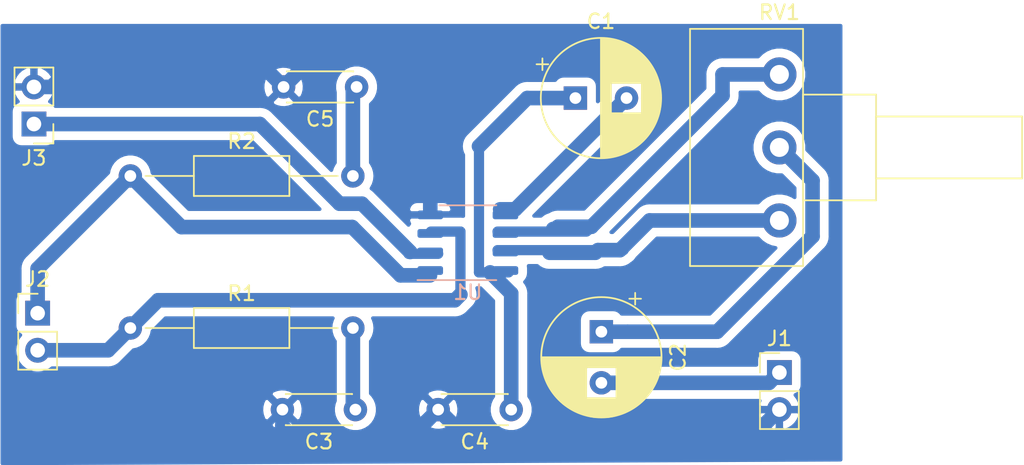
<source format=kicad_pcb>
(kicad_pcb (version 20171130) (host pcbnew 5.1.4-e60b266~84~ubuntu16.04.1)

  (general
    (thickness 1.6)
    (drawings 0)
    (tracks 71)
    (zones 0)
    (modules 12)
    (nets 13)
  )

  (page A4)
  (layers
    (0 F.Cu signal)
    (31 B.Cu signal)
    (32 B.Adhes user)
    (33 F.Adhes user)
    (34 B.Paste user)
    (35 F.Paste user)
    (36 B.SilkS user)
    (37 F.SilkS user)
    (38 B.Mask user)
    (39 F.Mask user)
    (40 Dwgs.User user)
    (41 Cmts.User user)
    (42 Eco1.User user)
    (43 Eco2.User user)
    (44 Edge.Cuts user)
    (45 Margin user)
    (46 B.CrtYd user)
    (47 F.CrtYd user)
    (48 B.Fab user)
    (49 F.Fab user)
  )

  (setup
    (last_trace_width 1)
    (trace_clearance 0.6)
    (zone_clearance 0.508)
    (zone_45_only no)
    (trace_min 0.2)
    (via_size 1.8)
    (via_drill 0.9)
    (via_min_size 0.4)
    (via_min_drill 0.3)
    (uvia_size 1.8)
    (uvia_drill 0.9)
    (uvias_allowed no)
    (uvia_min_size 0.2)
    (uvia_min_drill 0.1)
    (edge_width 0.05)
    (segment_width 0.2)
    (pcb_text_width 0.3)
    (pcb_text_size 1.5 1.5)
    (mod_edge_width 0.12)
    (mod_text_size 1 1)
    (mod_text_width 0.15)
    (pad_size 1.524 1.524)
    (pad_drill 0.762)
    (pad_to_mask_clearance 0.051)
    (solder_mask_min_width 0.25)
    (aux_axis_origin 0 0)
    (visible_elements FFFFFF7F)
    (pcbplotparams
      (layerselection 0x010fc_ffffffff)
      (usegerberextensions false)
      (usegerberattributes false)
      (usegerberadvancedattributes false)
      (creategerberjobfile false)
      (excludeedgelayer true)
      (linewidth 0.500000)
      (plotframeref false)
      (viasonmask false)
      (mode 1)
      (useauxorigin false)
      (hpglpennumber 1)
      (hpglpenspeed 20)
      (hpglpendiameter 15.000000)
      (psnegative false)
      (psa4output false)
      (plotreference true)
      (plotvalue true)
      (plotinvisibletext false)
      (padsonsilk false)
      (subtractmaskfromsilk false)
      (outputformat 1)
      (mirror false)
      (drillshape 1)
      (scaleselection 1)
      (outputdirectory ""))
  )

  (net 0 "")
  (net 1 GND)
  (net 2 "Net-(C1-Pad1)")
  (net 3 "Net-(C2-Pad2)")
  (net 4 "Net-(C2-Pad1)")
  (net 5 "Net-(C1-Pad2)")
  (net 6 "Net-(C3-Pad1)")
  (net 7 "Net-(C5-Pad1)")
  (net 8 "Net-(J2-Pad2)")
  (net 9 "Net-(J2-Pad1)")
  (net 10 "Net-(J3-Pad1)")
  (net 11 "Net-(RV1-Pad1)")
  (net 12 "Net-(RV1-Pad3)")

  (net_class Default "This is the default net class."
    (clearance 0.6)
    (trace_width 1)
    (via_dia 1.8)
    (via_drill 0.9)
    (uvia_dia 1.8)
    (uvia_drill 0.9)
    (add_net GND)
    (add_net "Net-(C1-Pad1)")
    (add_net "Net-(C1-Pad2)")
    (add_net "Net-(C2-Pad1)")
    (add_net "Net-(C2-Pad2)")
    (add_net "Net-(C3-Pad1)")
    (add_net "Net-(C5-Pad1)")
    (add_net "Net-(J2-Pad1)")
    (add_net "Net-(J2-Pad2)")
    (add_net "Net-(J3-Pad1)")
    (add_net "Net-(RV1-Pad1)")
    (add_net "Net-(RV1-Pad3)")
  )

  (module Package_SO:SO-8_3.9x4.9mm_P1.27mm (layer B.Cu) (tedit 5C509AD1) (tstamp 5DB47677)
    (at 76.708 89.916)
    (descr "SO, 8 Pin (https://www.nxp.com/docs/en/data-sheet/PCF8523.pdf), generated with kicad-footprint-generator ipc_gullwing_generator.py")
    (tags "SO SO")
    (path /5DAF3193)
    (attr smd)
    (fp_text reference U1 (at 0 3.4) (layer B.SilkS)
      (effects (font (size 1 1) (thickness 0.15)) (justify mirror))
    )
    (fp_text value TDA2822a (at 0 -3.4) (layer B.Fab)
      (effects (font (size 1 1) (thickness 0.15)) (justify mirror))
    )
    (fp_text user %R (at 0 0) (layer B.Fab)
      (effects (font (size 0.98 0.98) (thickness 0.15)) (justify mirror))
    )
    (fp_line (start 3.7 2.7) (end -3.7 2.7) (layer B.CrtYd) (width 0.05))
    (fp_line (start 3.7 -2.7) (end 3.7 2.7) (layer B.CrtYd) (width 0.05))
    (fp_line (start -3.7 -2.7) (end 3.7 -2.7) (layer B.CrtYd) (width 0.05))
    (fp_line (start -3.7 2.7) (end -3.7 -2.7) (layer B.CrtYd) (width 0.05))
    (fp_line (start -1.95 1.475) (end -0.975 2.45) (layer B.Fab) (width 0.1))
    (fp_line (start -1.95 -2.45) (end -1.95 1.475) (layer B.Fab) (width 0.1))
    (fp_line (start 1.95 -2.45) (end -1.95 -2.45) (layer B.Fab) (width 0.1))
    (fp_line (start 1.95 2.45) (end 1.95 -2.45) (layer B.Fab) (width 0.1))
    (fp_line (start -0.975 2.45) (end 1.95 2.45) (layer B.Fab) (width 0.1))
    (fp_line (start 0 2.56) (end -3.45 2.56) (layer B.SilkS) (width 0.12))
    (fp_line (start 0 2.56) (end 1.95 2.56) (layer B.SilkS) (width 0.12))
    (fp_line (start 0 -2.56) (end -1.95 -2.56) (layer B.SilkS) (width 0.12))
    (fp_line (start 0 -2.56) (end 1.95 -2.56) (layer B.SilkS) (width 0.12))
    (pad 8 smd roundrect (at 2.575 1.905) (size 1.75 0.6) (layers B.Cu B.Paste B.Mask) (roundrect_rratio 0.25)
      (net 2 "Net-(C1-Pad1)"))
    (pad 7 smd roundrect (at 2.575 0.635) (size 1.75 0.6) (layers B.Cu B.Paste B.Mask) (roundrect_rratio 0.25)
      (net 11 "Net-(RV1-Pad1)"))
    (pad 6 smd roundrect (at 2.575 -0.635) (size 1.75 0.6) (layers B.Cu B.Paste B.Mask) (roundrect_rratio 0.25)
      (net 12 "Net-(RV1-Pad3)"))
    (pad 5 smd roundrect (at 2.575 -1.905) (size 1.75 0.6) (layers B.Cu B.Paste B.Mask) (roundrect_rratio 0.25)
      (net 5 "Net-(C1-Pad2)"))
    (pad 4 smd roundrect (at -2.575 -1.905) (size 1.75 0.6) (layers B.Cu B.Paste B.Mask) (roundrect_rratio 0.25)
      (net 1 GND))
    (pad 3 smd roundrect (at -2.575 -0.635) (size 1.75 0.6) (layers B.Cu B.Paste B.Mask) (roundrect_rratio 0.25)
      (net 8 "Net-(J2-Pad2)"))
    (pad 2 smd roundrect (at -2.575 0.635) (size 1.75 0.6) (layers B.Cu B.Paste B.Mask) (roundrect_rratio 0.25)
      (net 10 "Net-(J3-Pad1)"))
    (pad 1 smd roundrect (at -2.575 1.905) (size 1.75 0.6) (layers B.Cu B.Paste B.Mask) (roundrect_rratio 0.25)
      (net 9 "Net-(J2-Pad1)"))
    (model ${KISYS3DMOD}/Package_SO.3dshapes/SO-8_3.9x4.9mm_P1.27mm.wrl
      (at (xyz 0 0 0))
      (scale (xyz 1 1 1))
      (rotate (xyz 0 0 0))
    )
  )

  (module Potentiometer_THT:Potentiometer_Piher_T-16H_Single_Horizontal (layer F.Cu) (tedit 5A3D4993) (tstamp 5DB4765D)
    (at 98.044 88.392)
    (descr "Potentiometer, horizontal, Piher T-16H Single, http://www.piher-nacesa.com/pdf/22-T16v03.pdf")
    (tags "Potentiometer horizontal Piher T-16H Single")
    (path /5DB63C19)
    (fp_text reference RV1 (at 0 -14.25) (layer F.SilkS)
      (effects (font (size 1 1) (thickness 0.15)))
    )
    (fp_text value R_POT (at 0 4.25) (layer F.Fab)
      (effects (font (size 1 1) (thickness 0.15)))
    )
    (fp_text user %R (at -2.25 -5) (layer F.Fab)
      (effects (font (size 1 1) (thickness 0.15)))
    )
    (fp_line (start 16.75 -13.25) (end -6.25 -13.25) (layer F.CrtYd) (width 0.05))
    (fp_line (start 16.75 3.25) (end 16.75 -13.25) (layer F.CrtYd) (width 0.05))
    (fp_line (start -6.25 3.25) (end 16.75 3.25) (layer F.CrtYd) (width 0.05))
    (fp_line (start -6.25 -13.25) (end -6.25 3.25) (layer F.CrtYd) (width 0.05))
    (fp_line (start 16.62 -7.12) (end 16.62 -2.88) (layer F.SilkS) (width 0.12))
    (fp_line (start 6.62 -7.12) (end 6.62 -2.88) (layer F.SilkS) (width 0.12))
    (fp_line (start 6.62 -2.88) (end 16.62 -2.88) (layer F.SilkS) (width 0.12))
    (fp_line (start 6.62 -7.12) (end 16.62 -7.12) (layer F.SilkS) (width 0.12))
    (fp_line (start 6.62 -8.62) (end 6.62 -1.38) (layer F.SilkS) (width 0.12))
    (fp_line (start 1.62 -8.62) (end 1.62 -1.38) (layer F.SilkS) (width 0.12))
    (fp_line (start 1.62 -1.38) (end 6.62 -1.38) (layer F.SilkS) (width 0.12))
    (fp_line (start 1.62 -8.62) (end 6.62 -8.62) (layer F.SilkS) (width 0.12))
    (fp_line (start 1.62 -13.12) (end 1.62 3.12) (layer F.SilkS) (width 0.12))
    (fp_line (start -6.12 -13.12) (end -6.12 3.12) (layer F.SilkS) (width 0.12))
    (fp_line (start -6.12 3.12) (end 1.62 3.12) (layer F.SilkS) (width 0.12))
    (fp_line (start -6.12 -13.12) (end 1.62 -13.12) (layer F.SilkS) (width 0.12))
    (fp_line (start 16.5 -7) (end 6.5 -7) (layer F.Fab) (width 0.1))
    (fp_line (start 16.5 -3) (end 16.5 -7) (layer F.Fab) (width 0.1))
    (fp_line (start 6.5 -3) (end 16.5 -3) (layer F.Fab) (width 0.1))
    (fp_line (start 6.5 -7) (end 6.5 -3) (layer F.Fab) (width 0.1))
    (fp_line (start 6.5 -8.5) (end 1.5 -8.5) (layer F.Fab) (width 0.1))
    (fp_line (start 6.5 -1.5) (end 6.5 -8.5) (layer F.Fab) (width 0.1))
    (fp_line (start 1.5 -1.5) (end 6.5 -1.5) (layer F.Fab) (width 0.1))
    (fp_line (start 1.5 -8.5) (end 1.5 -1.5) (layer F.Fab) (width 0.1))
    (fp_line (start 1.5 -13) (end -6 -13) (layer F.Fab) (width 0.1))
    (fp_line (start 1.5 3) (end 1.5 -13) (layer F.Fab) (width 0.1))
    (fp_line (start -6 3) (end 1.5 3) (layer F.Fab) (width 0.1))
    (fp_line (start -6 -13) (end -6 3) (layer F.Fab) (width 0.1))
    (pad 1 thru_hole circle (at 0 0) (size 2.34 2.34) (drill 1.3) (layers *.Cu *.Mask)
      (net 11 "Net-(RV1-Pad1)"))
    (pad 2 thru_hole circle (at 0 -5) (size 2.34 2.34) (drill 1.3) (layers *.Cu *.Mask)
      (net 4 "Net-(C2-Pad1)"))
    (pad 3 thru_hole circle (at 0 -10) (size 2.34 2.34) (drill 1.3) (layers *.Cu *.Mask)
      (net 12 "Net-(RV1-Pad3)"))
    (model ${KISYS3DMOD}/Potentiometer_THT.3dshapes/Potentiometer_Piher_T-16H_Single_Horizontal.wrl
      (at (xyz 0 0 0))
      (scale (xyz 1 1 1))
      (rotate (xyz 0 0 0))
    )
  )

  (module Resistor_THT:R_Axial_DIN0207_L6.3mm_D2.5mm_P15.24mm_Horizontal (layer F.Cu) (tedit 5AE5139B) (tstamp 5DB47639)
    (at 53.594 85.344)
    (descr "Resistor, Axial_DIN0207 series, Axial, Horizontal, pin pitch=15.24mm, 0.25W = 1/4W, length*diameter=6.3*2.5mm^2, http://cdn-reichelt.de/documents/datenblatt/B400/1_4W%23YAG.pdf")
    (tags "Resistor Axial_DIN0207 series Axial Horizontal pin pitch 15.24mm 0.25W = 1/4W length 6.3mm diameter 2.5mm")
    (path /5DB81429)
    (fp_text reference R2 (at 7.62 -2.37) (layer F.SilkS)
      (effects (font (size 1 1) (thickness 0.15)))
    )
    (fp_text value 4.7 (at 7.62 2.37) (layer F.Fab)
      (effects (font (size 1 1) (thickness 0.15)))
    )
    (fp_text user %R (at 7.62 0) (layer F.Fab)
      (effects (font (size 1 1) (thickness 0.15)))
    )
    (fp_line (start 16.29 -1.5) (end -1.05 -1.5) (layer F.CrtYd) (width 0.05))
    (fp_line (start 16.29 1.5) (end 16.29 -1.5) (layer F.CrtYd) (width 0.05))
    (fp_line (start -1.05 1.5) (end 16.29 1.5) (layer F.CrtYd) (width 0.05))
    (fp_line (start -1.05 -1.5) (end -1.05 1.5) (layer F.CrtYd) (width 0.05))
    (fp_line (start 14.2 0) (end 10.89 0) (layer F.SilkS) (width 0.12))
    (fp_line (start 1.04 0) (end 4.35 0) (layer F.SilkS) (width 0.12))
    (fp_line (start 10.89 -1.37) (end 4.35 -1.37) (layer F.SilkS) (width 0.12))
    (fp_line (start 10.89 1.37) (end 10.89 -1.37) (layer F.SilkS) (width 0.12))
    (fp_line (start 4.35 1.37) (end 10.89 1.37) (layer F.SilkS) (width 0.12))
    (fp_line (start 4.35 -1.37) (end 4.35 1.37) (layer F.SilkS) (width 0.12))
    (fp_line (start 15.24 0) (end 10.77 0) (layer F.Fab) (width 0.1))
    (fp_line (start 0 0) (end 4.47 0) (layer F.Fab) (width 0.1))
    (fp_line (start 10.77 -1.25) (end 4.47 -1.25) (layer F.Fab) (width 0.1))
    (fp_line (start 10.77 1.25) (end 10.77 -1.25) (layer F.Fab) (width 0.1))
    (fp_line (start 4.47 1.25) (end 10.77 1.25) (layer F.Fab) (width 0.1))
    (fp_line (start 4.47 -1.25) (end 4.47 1.25) (layer F.Fab) (width 0.1))
    (pad 2 thru_hole oval (at 15.24 0) (size 1.6 1.6) (drill 0.8) (layers *.Cu *.Mask)
      (net 7 "Net-(C5-Pad1)"))
    (pad 1 thru_hole circle (at 0 0) (size 1.6 1.6) (drill 0.8) (layers *.Cu *.Mask)
      (net 9 "Net-(J2-Pad1)"))
    (model ${KISYS3DMOD}/Resistor_THT.3dshapes/R_Axial_DIN0207_L6.3mm_D2.5mm_P15.24mm_Horizontal.wrl
      (at (xyz 0 0 0))
      (scale (xyz 1 1 1))
      (rotate (xyz 0 0 0))
    )
  )

  (module Resistor_THT:R_Axial_DIN0207_L6.3mm_D2.5mm_P15.24mm_Horizontal (layer F.Cu) (tedit 5AE5139B) (tstamp 5DB47622)
    (at 53.594 95.758)
    (descr "Resistor, Axial_DIN0207 series, Axial, Horizontal, pin pitch=15.24mm, 0.25W = 1/4W, length*diameter=6.3*2.5mm^2, http://cdn-reichelt.de/documents/datenblatt/B400/1_4W%23YAG.pdf")
    (tags "Resistor Axial_DIN0207 series Axial Horizontal pin pitch 15.24mm 0.25W = 1/4W length 6.3mm diameter 2.5mm")
    (path /5DB79A59)
    (fp_text reference R1 (at 7.62 -2.37) (layer F.SilkS)
      (effects (font (size 1 1) (thickness 0.15)))
    )
    (fp_text value 4.7 (at 7.62 2.37) (layer F.Fab)
      (effects (font (size 1 1) (thickness 0.15)))
    )
    (fp_text user %R (at 7.62 0) (layer F.Fab)
      (effects (font (size 1 1) (thickness 0.15)))
    )
    (fp_line (start 16.29 -1.5) (end -1.05 -1.5) (layer F.CrtYd) (width 0.05))
    (fp_line (start 16.29 1.5) (end 16.29 -1.5) (layer F.CrtYd) (width 0.05))
    (fp_line (start -1.05 1.5) (end 16.29 1.5) (layer F.CrtYd) (width 0.05))
    (fp_line (start -1.05 -1.5) (end -1.05 1.5) (layer F.CrtYd) (width 0.05))
    (fp_line (start 14.2 0) (end 10.89 0) (layer F.SilkS) (width 0.12))
    (fp_line (start 1.04 0) (end 4.35 0) (layer F.SilkS) (width 0.12))
    (fp_line (start 10.89 -1.37) (end 4.35 -1.37) (layer F.SilkS) (width 0.12))
    (fp_line (start 10.89 1.37) (end 10.89 -1.37) (layer F.SilkS) (width 0.12))
    (fp_line (start 4.35 1.37) (end 10.89 1.37) (layer F.SilkS) (width 0.12))
    (fp_line (start 4.35 -1.37) (end 4.35 1.37) (layer F.SilkS) (width 0.12))
    (fp_line (start 15.24 0) (end 10.77 0) (layer F.Fab) (width 0.1))
    (fp_line (start 0 0) (end 4.47 0) (layer F.Fab) (width 0.1))
    (fp_line (start 10.77 -1.25) (end 4.47 -1.25) (layer F.Fab) (width 0.1))
    (fp_line (start 10.77 1.25) (end 10.77 -1.25) (layer F.Fab) (width 0.1))
    (fp_line (start 4.47 1.25) (end 10.77 1.25) (layer F.Fab) (width 0.1))
    (fp_line (start 4.47 -1.25) (end 4.47 1.25) (layer F.Fab) (width 0.1))
    (pad 2 thru_hole oval (at 15.24 0) (size 1.6 1.6) (drill 0.8) (layers *.Cu *.Mask)
      (net 6 "Net-(C3-Pad1)"))
    (pad 1 thru_hole circle (at 0 0) (size 1.6 1.6) (drill 0.8) (layers *.Cu *.Mask)
      (net 8 "Net-(J2-Pad2)"))
    (model ${KISYS3DMOD}/Resistor_THT.3dshapes/R_Axial_DIN0207_L6.3mm_D2.5mm_P15.24mm_Horizontal.wrl
      (at (xyz 0 0 0))
      (scale (xyz 1 1 1))
      (rotate (xyz 0 0 0))
    )
  )

  (module Connector_PinHeader_2.54mm:PinHeader_1x02_P2.54mm_Vertical (layer F.Cu) (tedit 59FED5CC) (tstamp 5DB4760B)
    (at 46.99 81.788 180)
    (descr "Through hole straight pin header, 1x02, 2.54mm pitch, single row")
    (tags "Through hole pin header THT 1x02 2.54mm single row")
    (path /5DB8A060)
    (fp_text reference J3 (at 0 -2.33) (layer F.SilkS)
      (effects (font (size 1 1) (thickness 0.15)))
    )
    (fp_text value PWR (at 0 4.87) (layer F.Fab)
      (effects (font (size 1 1) (thickness 0.15)))
    )
    (fp_text user %R (at 0 1.27 90) (layer F.Fab)
      (effects (font (size 1 1) (thickness 0.15)))
    )
    (fp_line (start 1.8 -1.8) (end -1.8 -1.8) (layer F.CrtYd) (width 0.05))
    (fp_line (start 1.8 4.35) (end 1.8 -1.8) (layer F.CrtYd) (width 0.05))
    (fp_line (start -1.8 4.35) (end 1.8 4.35) (layer F.CrtYd) (width 0.05))
    (fp_line (start -1.8 -1.8) (end -1.8 4.35) (layer F.CrtYd) (width 0.05))
    (fp_line (start -1.33 -1.33) (end 0 -1.33) (layer F.SilkS) (width 0.12))
    (fp_line (start -1.33 0) (end -1.33 -1.33) (layer F.SilkS) (width 0.12))
    (fp_line (start -1.33 1.27) (end 1.33 1.27) (layer F.SilkS) (width 0.12))
    (fp_line (start 1.33 1.27) (end 1.33 3.87) (layer F.SilkS) (width 0.12))
    (fp_line (start -1.33 1.27) (end -1.33 3.87) (layer F.SilkS) (width 0.12))
    (fp_line (start -1.33 3.87) (end 1.33 3.87) (layer F.SilkS) (width 0.12))
    (fp_line (start -1.27 -0.635) (end -0.635 -1.27) (layer F.Fab) (width 0.1))
    (fp_line (start -1.27 3.81) (end -1.27 -0.635) (layer F.Fab) (width 0.1))
    (fp_line (start 1.27 3.81) (end -1.27 3.81) (layer F.Fab) (width 0.1))
    (fp_line (start 1.27 -1.27) (end 1.27 3.81) (layer F.Fab) (width 0.1))
    (fp_line (start -0.635 -1.27) (end 1.27 -1.27) (layer F.Fab) (width 0.1))
    (pad 2 thru_hole oval (at 0 2.54 180) (size 1.7 1.7) (drill 1) (layers *.Cu *.Mask)
      (net 1 GND))
    (pad 1 thru_hole rect (at 0 0 180) (size 1.7 1.7) (drill 1) (layers *.Cu *.Mask)
      (net 10 "Net-(J3-Pad1)"))
    (model ${KISYS3DMOD}/Connector_PinHeader_2.54mm.3dshapes/PinHeader_1x02_P2.54mm_Vertical.wrl
      (at (xyz 0 0 0))
      (scale (xyz 1 1 1))
      (rotate (xyz 0 0 0))
    )
  )

  (module Connector_PinHeader_2.54mm:PinHeader_1x02_P2.54mm_Vertical (layer F.Cu) (tedit 59FED5CC) (tstamp 5DB4811B)
    (at 47.244 94.742)
    (descr "Through hole straight pin header, 1x02, 2.54mm pitch, single row")
    (tags "Through hole pin header THT 1x02 2.54mm single row")
    (path /5DAFEDDA)
    (fp_text reference J2 (at 0 -2.33) (layer F.SilkS)
      (effects (font (size 1 1) (thickness 0.15)))
    )
    (fp_text value Output (at 0 4.87) (layer F.Fab)
      (effects (font (size 1 1) (thickness 0.15)))
    )
    (fp_text user %R (at 0 1.27 90) (layer F.Fab)
      (effects (font (size 1 1) (thickness 0.15)))
    )
    (fp_line (start 1.8 -1.8) (end -1.8 -1.8) (layer F.CrtYd) (width 0.05))
    (fp_line (start 1.8 4.35) (end 1.8 -1.8) (layer F.CrtYd) (width 0.05))
    (fp_line (start -1.8 4.35) (end 1.8 4.35) (layer F.CrtYd) (width 0.05))
    (fp_line (start -1.8 -1.8) (end -1.8 4.35) (layer F.CrtYd) (width 0.05))
    (fp_line (start -1.33 -1.33) (end 0 -1.33) (layer F.SilkS) (width 0.12))
    (fp_line (start -1.33 0) (end -1.33 -1.33) (layer F.SilkS) (width 0.12))
    (fp_line (start -1.33 1.27) (end 1.33 1.27) (layer F.SilkS) (width 0.12))
    (fp_line (start 1.33 1.27) (end 1.33 3.87) (layer F.SilkS) (width 0.12))
    (fp_line (start -1.33 1.27) (end -1.33 3.87) (layer F.SilkS) (width 0.12))
    (fp_line (start -1.33 3.87) (end 1.33 3.87) (layer F.SilkS) (width 0.12))
    (fp_line (start -1.27 -0.635) (end -0.635 -1.27) (layer F.Fab) (width 0.1))
    (fp_line (start -1.27 3.81) (end -1.27 -0.635) (layer F.Fab) (width 0.1))
    (fp_line (start 1.27 3.81) (end -1.27 3.81) (layer F.Fab) (width 0.1))
    (fp_line (start 1.27 -1.27) (end 1.27 3.81) (layer F.Fab) (width 0.1))
    (fp_line (start -0.635 -1.27) (end 1.27 -1.27) (layer F.Fab) (width 0.1))
    (pad 2 thru_hole oval (at 0 2.54) (size 1.7 1.7) (drill 1) (layers *.Cu *.Mask)
      (net 8 "Net-(J2-Pad2)"))
    (pad 1 thru_hole rect (at 0 0) (size 1.7 1.7) (drill 1) (layers *.Cu *.Mask)
      (net 9 "Net-(J2-Pad1)"))
    (model ${KISYS3DMOD}/Connector_PinHeader_2.54mm.3dshapes/PinHeader_1x02_P2.54mm_Vertical.wrl
      (at (xyz 0 0 0))
      (scale (xyz 1 1 1))
      (rotate (xyz 0 0 0))
    )
  )

  (module Connector_PinHeader_2.54mm:PinHeader_1x02_P2.54mm_Vertical (layer F.Cu) (tedit 59FED5CC) (tstamp 5DB475DF)
    (at 98.044 98.806)
    (descr "Through hole straight pin header, 1x02, 2.54mm pitch, single row")
    (tags "Through hole pin header THT 1x02 2.54mm single row")
    (path /5DAF66CA)
    (fp_text reference J1 (at 0 -2.33) (layer F.SilkS)
      (effects (font (size 1 1) (thickness 0.15)))
    )
    (fp_text value Input (at 0 4.87) (layer F.Fab)
      (effects (font (size 1 1) (thickness 0.15)))
    )
    (fp_text user %R (at 0 1.27 90) (layer F.Fab)
      (effects (font (size 1 1) (thickness 0.15)))
    )
    (fp_line (start 1.8 -1.8) (end -1.8 -1.8) (layer F.CrtYd) (width 0.05))
    (fp_line (start 1.8 4.35) (end 1.8 -1.8) (layer F.CrtYd) (width 0.05))
    (fp_line (start -1.8 4.35) (end 1.8 4.35) (layer F.CrtYd) (width 0.05))
    (fp_line (start -1.8 -1.8) (end -1.8 4.35) (layer F.CrtYd) (width 0.05))
    (fp_line (start -1.33 -1.33) (end 0 -1.33) (layer F.SilkS) (width 0.12))
    (fp_line (start -1.33 0) (end -1.33 -1.33) (layer F.SilkS) (width 0.12))
    (fp_line (start -1.33 1.27) (end 1.33 1.27) (layer F.SilkS) (width 0.12))
    (fp_line (start 1.33 1.27) (end 1.33 3.87) (layer F.SilkS) (width 0.12))
    (fp_line (start -1.33 1.27) (end -1.33 3.87) (layer F.SilkS) (width 0.12))
    (fp_line (start -1.33 3.87) (end 1.33 3.87) (layer F.SilkS) (width 0.12))
    (fp_line (start -1.27 -0.635) (end -0.635 -1.27) (layer F.Fab) (width 0.1))
    (fp_line (start -1.27 3.81) (end -1.27 -0.635) (layer F.Fab) (width 0.1))
    (fp_line (start 1.27 3.81) (end -1.27 3.81) (layer F.Fab) (width 0.1))
    (fp_line (start 1.27 -1.27) (end 1.27 3.81) (layer F.Fab) (width 0.1))
    (fp_line (start -0.635 -1.27) (end 1.27 -1.27) (layer F.Fab) (width 0.1))
    (pad 2 thru_hole oval (at 0 2.54) (size 1.7 1.7) (drill 1) (layers *.Cu *.Mask)
      (net 1 GND))
    (pad 1 thru_hole rect (at 0 0) (size 1.7 1.7) (drill 1) (layers *.Cu *.Mask)
      (net 3 "Net-(C2-Pad2)"))
    (model ${KISYS3DMOD}/Connector_PinHeader_2.54mm.3dshapes/PinHeader_1x02_P2.54mm_Vertical.wrl
      (at (xyz 0 0 0))
      (scale (xyz 1 1 1))
      (rotate (xyz 0 0 0))
    )
  )

  (module Capacitor_THT:C_Disc_D4.3mm_W1.9mm_P5.00mm (layer F.Cu) (tedit 5AE50EF0) (tstamp 5DB475C9)
    (at 69.088 79.248 180)
    (descr "C, Disc series, Radial, pin pitch=5.00mm, , diameter*width=4.3*1.9mm^2, Capacitor, http://www.vishay.com/docs/45233/krseries.pdf")
    (tags "C Disc series Radial pin pitch 5.00mm  diameter 4.3mm width 1.9mm Capacitor")
    (path /5DB7915F)
    (fp_text reference C5 (at 2.5 -2.2) (layer F.SilkS)
      (effects (font (size 1 1) (thickness 0.15)))
    )
    (fp_text value 100nf (at 2.5 2.2) (layer F.Fab)
      (effects (font (size 1 1) (thickness 0.15)))
    )
    (fp_text user %R (at 2.5 0) (layer F.Fab)
      (effects (font (size 0.86 0.86) (thickness 0.129)))
    )
    (fp_line (start 6.05 -1.2) (end -1.05 -1.2) (layer F.CrtYd) (width 0.05))
    (fp_line (start 6.05 1.2) (end 6.05 -1.2) (layer F.CrtYd) (width 0.05))
    (fp_line (start -1.05 1.2) (end 6.05 1.2) (layer F.CrtYd) (width 0.05))
    (fp_line (start -1.05 -1.2) (end -1.05 1.2) (layer F.CrtYd) (width 0.05))
    (fp_line (start 4.77 1.055) (end 4.77 1.07) (layer F.SilkS) (width 0.12))
    (fp_line (start 4.77 -1.07) (end 4.77 -1.055) (layer F.SilkS) (width 0.12))
    (fp_line (start 0.23 1.055) (end 0.23 1.07) (layer F.SilkS) (width 0.12))
    (fp_line (start 0.23 -1.07) (end 0.23 -1.055) (layer F.SilkS) (width 0.12))
    (fp_line (start 0.23 1.07) (end 4.77 1.07) (layer F.SilkS) (width 0.12))
    (fp_line (start 0.23 -1.07) (end 4.77 -1.07) (layer F.SilkS) (width 0.12))
    (fp_line (start 4.65 -0.95) (end 0.35 -0.95) (layer F.Fab) (width 0.1))
    (fp_line (start 4.65 0.95) (end 4.65 -0.95) (layer F.Fab) (width 0.1))
    (fp_line (start 0.35 0.95) (end 4.65 0.95) (layer F.Fab) (width 0.1))
    (fp_line (start 0.35 -0.95) (end 0.35 0.95) (layer F.Fab) (width 0.1))
    (pad 2 thru_hole circle (at 5 0 180) (size 1.6 1.6) (drill 0.8) (layers *.Cu *.Mask)
      (net 1 GND))
    (pad 1 thru_hole circle (at 0 0 180) (size 1.6 1.6) (drill 0.8) (layers *.Cu *.Mask)
      (net 7 "Net-(C5-Pad1)"))
    (model ${KISYS3DMOD}/Capacitor_THT.3dshapes/C_Disc_D4.3mm_W1.9mm_P5.00mm.wrl
      (at (xyz 0 0 0))
      (scale (xyz 1 1 1))
      (rotate (xyz 0 0 0))
    )
  )

  (module Capacitor_THT:C_Disc_D4.3mm_W1.9mm_P5.00mm (layer F.Cu) (tedit 5AE50EF0) (tstamp 5DB49A3D)
    (at 79.676 101.346 180)
    (descr "C, Disc series, Radial, pin pitch=5.00mm, , diameter*width=4.3*1.9mm^2, Capacitor, http://www.vishay.com/docs/45233/krseries.pdf")
    (tags "C Disc series Radial pin pitch 5.00mm  diameter 4.3mm width 1.9mm Capacitor")
    (path /5DB501C6)
    (fp_text reference C4 (at 2.5 -2.2) (layer F.SilkS)
      (effects (font (size 1 1) (thickness 0.15)))
    )
    (fp_text value 10nf (at 2.5 2.2) (layer F.Fab)
      (effects (font (size 1 1) (thickness 0.15)))
    )
    (fp_text user %R (at 2.5 0) (layer F.Fab)
      (effects (font (size 0.86 0.86) (thickness 0.129)))
    )
    (fp_line (start 6.05 -1.2) (end -1.05 -1.2) (layer F.CrtYd) (width 0.05))
    (fp_line (start 6.05 1.2) (end 6.05 -1.2) (layer F.CrtYd) (width 0.05))
    (fp_line (start -1.05 1.2) (end 6.05 1.2) (layer F.CrtYd) (width 0.05))
    (fp_line (start -1.05 -1.2) (end -1.05 1.2) (layer F.CrtYd) (width 0.05))
    (fp_line (start 4.77 1.055) (end 4.77 1.07) (layer F.SilkS) (width 0.12))
    (fp_line (start 4.77 -1.07) (end 4.77 -1.055) (layer F.SilkS) (width 0.12))
    (fp_line (start 0.23 1.055) (end 0.23 1.07) (layer F.SilkS) (width 0.12))
    (fp_line (start 0.23 -1.07) (end 0.23 -1.055) (layer F.SilkS) (width 0.12))
    (fp_line (start 0.23 1.07) (end 4.77 1.07) (layer F.SilkS) (width 0.12))
    (fp_line (start 0.23 -1.07) (end 4.77 -1.07) (layer F.SilkS) (width 0.12))
    (fp_line (start 4.65 -0.95) (end 0.35 -0.95) (layer F.Fab) (width 0.1))
    (fp_line (start 4.65 0.95) (end 4.65 -0.95) (layer F.Fab) (width 0.1))
    (fp_line (start 0.35 0.95) (end 4.65 0.95) (layer F.Fab) (width 0.1))
    (fp_line (start 0.35 -0.95) (end 0.35 0.95) (layer F.Fab) (width 0.1))
    (pad 2 thru_hole circle (at 5 0 180) (size 1.6 1.6) (drill 0.8) (layers *.Cu *.Mask)
      (net 1 GND))
    (pad 1 thru_hole circle (at 0 0 180) (size 1.6 1.6) (drill 0.8) (layers *.Cu *.Mask)
      (net 2 "Net-(C1-Pad1)"))
    (model ${KISYS3DMOD}/Capacitor_THT.3dshapes/C_Disc_D4.3mm_W1.9mm_P5.00mm.wrl
      (at (xyz 0 0 0))
      (scale (xyz 1 1 1))
      (rotate (xyz 0 0 0))
    )
  )

  (module Capacitor_THT:C_Disc_D4.3mm_W1.9mm_P5.00mm (layer F.Cu) (tedit 5AE50EF0) (tstamp 5DB4836B)
    (at 69.008 101.346 180)
    (descr "C, Disc series, Radial, pin pitch=5.00mm, , diameter*width=4.3*1.9mm^2, Capacitor, http://www.vishay.com/docs/45233/krseries.pdf")
    (tags "C Disc series Radial pin pitch 5.00mm  diameter 4.3mm width 1.9mm Capacitor")
    (path /5DAF931C)
    (fp_text reference C3 (at 2.5 -2.2) (layer F.SilkS)
      (effects (font (size 1 1) (thickness 0.15)))
    )
    (fp_text value 100nf (at 2.5 2.2) (layer F.Fab)
      (effects (font (size 1 1) (thickness 0.15)))
    )
    (fp_text user %R (at 2.5 0) (layer F.Fab)
      (effects (font (size 0.86 0.86) (thickness 0.129)))
    )
    (fp_line (start 6.05 -1.2) (end -1.05 -1.2) (layer F.CrtYd) (width 0.05))
    (fp_line (start 6.05 1.2) (end 6.05 -1.2) (layer F.CrtYd) (width 0.05))
    (fp_line (start -1.05 1.2) (end 6.05 1.2) (layer F.CrtYd) (width 0.05))
    (fp_line (start -1.05 -1.2) (end -1.05 1.2) (layer F.CrtYd) (width 0.05))
    (fp_line (start 4.77 1.055) (end 4.77 1.07) (layer F.SilkS) (width 0.12))
    (fp_line (start 4.77 -1.07) (end 4.77 -1.055) (layer F.SilkS) (width 0.12))
    (fp_line (start 0.23 1.055) (end 0.23 1.07) (layer F.SilkS) (width 0.12))
    (fp_line (start 0.23 -1.07) (end 0.23 -1.055) (layer F.SilkS) (width 0.12))
    (fp_line (start 0.23 1.07) (end 4.77 1.07) (layer F.SilkS) (width 0.12))
    (fp_line (start 0.23 -1.07) (end 4.77 -1.07) (layer F.SilkS) (width 0.12))
    (fp_line (start 4.65 -0.95) (end 0.35 -0.95) (layer F.Fab) (width 0.1))
    (fp_line (start 4.65 0.95) (end 4.65 -0.95) (layer F.Fab) (width 0.1))
    (fp_line (start 0.35 0.95) (end 4.65 0.95) (layer F.Fab) (width 0.1))
    (fp_line (start 0.35 -0.95) (end 0.35 0.95) (layer F.Fab) (width 0.1))
    (pad 2 thru_hole circle (at 5 0 180) (size 1.6 1.6) (drill 0.8) (layers *.Cu *.Mask)
      (net 1 GND))
    (pad 1 thru_hole circle (at 0 0 180) (size 1.6 1.6) (drill 0.8) (layers *.Cu *.Mask)
      (net 6 "Net-(C3-Pad1)"))
    (model ${KISYS3DMOD}/Capacitor_THT.3dshapes/C_Disc_D4.3mm_W1.9mm_P5.00mm.wrl
      (at (xyz 0 0 0))
      (scale (xyz 1 1 1))
      (rotate (xyz 0 0 0))
    )
  )

  (module Capacitor_THT:CP_Radial_D8.0mm_P3.50mm (layer F.Cu) (tedit 5AE50EF0) (tstamp 5DB4758A)
    (at 85.852 96.012 270)
    (descr "CP, Radial series, Radial, pin pitch=3.50mm, , diameter=8mm, Electrolytic Capacitor")
    (tags "CP Radial series Radial pin pitch 3.50mm  diameter 8mm Electrolytic Capacitor")
    (path /5DB4915A)
    (fp_text reference C2 (at 1.75 -5.25 90) (layer F.SilkS)
      (effects (font (size 1 1) (thickness 0.15)))
    )
    (fp_text value 4.7uF (at 1.75 5.25 90) (layer F.Fab)
      (effects (font (size 1 1) (thickness 0.15)))
    )
    (fp_text user %R (at 1.75 0 90) (layer F.Fab)
      (effects (font (size 1 1) (thickness 0.15)))
    )
    (fp_line (start -2.259698 -2.715) (end -2.259698 -1.915) (layer F.SilkS) (width 0.12))
    (fp_line (start -2.659698 -2.315) (end -1.859698 -2.315) (layer F.SilkS) (width 0.12))
    (fp_line (start 5.831 -0.533) (end 5.831 0.533) (layer F.SilkS) (width 0.12))
    (fp_line (start 5.791 -0.768) (end 5.791 0.768) (layer F.SilkS) (width 0.12))
    (fp_line (start 5.751 -0.948) (end 5.751 0.948) (layer F.SilkS) (width 0.12))
    (fp_line (start 5.711 -1.098) (end 5.711 1.098) (layer F.SilkS) (width 0.12))
    (fp_line (start 5.671 -1.229) (end 5.671 1.229) (layer F.SilkS) (width 0.12))
    (fp_line (start 5.631 -1.346) (end 5.631 1.346) (layer F.SilkS) (width 0.12))
    (fp_line (start 5.591 -1.453) (end 5.591 1.453) (layer F.SilkS) (width 0.12))
    (fp_line (start 5.551 -1.552) (end 5.551 1.552) (layer F.SilkS) (width 0.12))
    (fp_line (start 5.511 -1.645) (end 5.511 1.645) (layer F.SilkS) (width 0.12))
    (fp_line (start 5.471 -1.731) (end 5.471 1.731) (layer F.SilkS) (width 0.12))
    (fp_line (start 5.431 -1.813) (end 5.431 1.813) (layer F.SilkS) (width 0.12))
    (fp_line (start 5.391 -1.89) (end 5.391 1.89) (layer F.SilkS) (width 0.12))
    (fp_line (start 5.351 -1.964) (end 5.351 1.964) (layer F.SilkS) (width 0.12))
    (fp_line (start 5.311 -2.034) (end 5.311 2.034) (layer F.SilkS) (width 0.12))
    (fp_line (start 5.271 -2.102) (end 5.271 2.102) (layer F.SilkS) (width 0.12))
    (fp_line (start 5.231 -2.166) (end 5.231 2.166) (layer F.SilkS) (width 0.12))
    (fp_line (start 5.191 -2.228) (end 5.191 2.228) (layer F.SilkS) (width 0.12))
    (fp_line (start 5.151 -2.287) (end 5.151 2.287) (layer F.SilkS) (width 0.12))
    (fp_line (start 5.111 -2.345) (end 5.111 2.345) (layer F.SilkS) (width 0.12))
    (fp_line (start 5.071 -2.4) (end 5.071 2.4) (layer F.SilkS) (width 0.12))
    (fp_line (start 5.031 -2.454) (end 5.031 2.454) (layer F.SilkS) (width 0.12))
    (fp_line (start 4.991 -2.505) (end 4.991 2.505) (layer F.SilkS) (width 0.12))
    (fp_line (start 4.951 -2.556) (end 4.951 2.556) (layer F.SilkS) (width 0.12))
    (fp_line (start 4.911 -2.604) (end 4.911 2.604) (layer F.SilkS) (width 0.12))
    (fp_line (start 4.871 -2.651) (end 4.871 2.651) (layer F.SilkS) (width 0.12))
    (fp_line (start 4.831 -2.697) (end 4.831 2.697) (layer F.SilkS) (width 0.12))
    (fp_line (start 4.791 -2.741) (end 4.791 2.741) (layer F.SilkS) (width 0.12))
    (fp_line (start 4.751 -2.784) (end 4.751 2.784) (layer F.SilkS) (width 0.12))
    (fp_line (start 4.711 -2.826) (end 4.711 2.826) (layer F.SilkS) (width 0.12))
    (fp_line (start 4.671 -2.867) (end 4.671 2.867) (layer F.SilkS) (width 0.12))
    (fp_line (start 4.631 -2.907) (end 4.631 2.907) (layer F.SilkS) (width 0.12))
    (fp_line (start 4.591 -2.945) (end 4.591 2.945) (layer F.SilkS) (width 0.12))
    (fp_line (start 4.551 -2.983) (end 4.551 2.983) (layer F.SilkS) (width 0.12))
    (fp_line (start 4.511 1.04) (end 4.511 3.019) (layer F.SilkS) (width 0.12))
    (fp_line (start 4.511 -3.019) (end 4.511 -1.04) (layer F.SilkS) (width 0.12))
    (fp_line (start 4.471 1.04) (end 4.471 3.055) (layer F.SilkS) (width 0.12))
    (fp_line (start 4.471 -3.055) (end 4.471 -1.04) (layer F.SilkS) (width 0.12))
    (fp_line (start 4.431 1.04) (end 4.431 3.09) (layer F.SilkS) (width 0.12))
    (fp_line (start 4.431 -3.09) (end 4.431 -1.04) (layer F.SilkS) (width 0.12))
    (fp_line (start 4.391 1.04) (end 4.391 3.124) (layer F.SilkS) (width 0.12))
    (fp_line (start 4.391 -3.124) (end 4.391 -1.04) (layer F.SilkS) (width 0.12))
    (fp_line (start 4.351 1.04) (end 4.351 3.156) (layer F.SilkS) (width 0.12))
    (fp_line (start 4.351 -3.156) (end 4.351 -1.04) (layer F.SilkS) (width 0.12))
    (fp_line (start 4.311 1.04) (end 4.311 3.189) (layer F.SilkS) (width 0.12))
    (fp_line (start 4.311 -3.189) (end 4.311 -1.04) (layer F.SilkS) (width 0.12))
    (fp_line (start 4.271 1.04) (end 4.271 3.22) (layer F.SilkS) (width 0.12))
    (fp_line (start 4.271 -3.22) (end 4.271 -1.04) (layer F.SilkS) (width 0.12))
    (fp_line (start 4.231 1.04) (end 4.231 3.25) (layer F.SilkS) (width 0.12))
    (fp_line (start 4.231 -3.25) (end 4.231 -1.04) (layer F.SilkS) (width 0.12))
    (fp_line (start 4.191 1.04) (end 4.191 3.28) (layer F.SilkS) (width 0.12))
    (fp_line (start 4.191 -3.28) (end 4.191 -1.04) (layer F.SilkS) (width 0.12))
    (fp_line (start 4.151 1.04) (end 4.151 3.309) (layer F.SilkS) (width 0.12))
    (fp_line (start 4.151 -3.309) (end 4.151 -1.04) (layer F.SilkS) (width 0.12))
    (fp_line (start 4.111 1.04) (end 4.111 3.338) (layer F.SilkS) (width 0.12))
    (fp_line (start 4.111 -3.338) (end 4.111 -1.04) (layer F.SilkS) (width 0.12))
    (fp_line (start 4.071 1.04) (end 4.071 3.365) (layer F.SilkS) (width 0.12))
    (fp_line (start 4.071 -3.365) (end 4.071 -1.04) (layer F.SilkS) (width 0.12))
    (fp_line (start 4.031 1.04) (end 4.031 3.392) (layer F.SilkS) (width 0.12))
    (fp_line (start 4.031 -3.392) (end 4.031 -1.04) (layer F.SilkS) (width 0.12))
    (fp_line (start 3.991 1.04) (end 3.991 3.418) (layer F.SilkS) (width 0.12))
    (fp_line (start 3.991 -3.418) (end 3.991 -1.04) (layer F.SilkS) (width 0.12))
    (fp_line (start 3.951 1.04) (end 3.951 3.444) (layer F.SilkS) (width 0.12))
    (fp_line (start 3.951 -3.444) (end 3.951 -1.04) (layer F.SilkS) (width 0.12))
    (fp_line (start 3.911 1.04) (end 3.911 3.469) (layer F.SilkS) (width 0.12))
    (fp_line (start 3.911 -3.469) (end 3.911 -1.04) (layer F.SilkS) (width 0.12))
    (fp_line (start 3.871 1.04) (end 3.871 3.493) (layer F.SilkS) (width 0.12))
    (fp_line (start 3.871 -3.493) (end 3.871 -1.04) (layer F.SilkS) (width 0.12))
    (fp_line (start 3.831 1.04) (end 3.831 3.517) (layer F.SilkS) (width 0.12))
    (fp_line (start 3.831 -3.517) (end 3.831 -1.04) (layer F.SilkS) (width 0.12))
    (fp_line (start 3.791 1.04) (end 3.791 3.54) (layer F.SilkS) (width 0.12))
    (fp_line (start 3.791 -3.54) (end 3.791 -1.04) (layer F.SilkS) (width 0.12))
    (fp_line (start 3.751 1.04) (end 3.751 3.562) (layer F.SilkS) (width 0.12))
    (fp_line (start 3.751 -3.562) (end 3.751 -1.04) (layer F.SilkS) (width 0.12))
    (fp_line (start 3.711 1.04) (end 3.711 3.584) (layer F.SilkS) (width 0.12))
    (fp_line (start 3.711 -3.584) (end 3.711 -1.04) (layer F.SilkS) (width 0.12))
    (fp_line (start 3.671 1.04) (end 3.671 3.606) (layer F.SilkS) (width 0.12))
    (fp_line (start 3.671 -3.606) (end 3.671 -1.04) (layer F.SilkS) (width 0.12))
    (fp_line (start 3.631 1.04) (end 3.631 3.627) (layer F.SilkS) (width 0.12))
    (fp_line (start 3.631 -3.627) (end 3.631 -1.04) (layer F.SilkS) (width 0.12))
    (fp_line (start 3.591 1.04) (end 3.591 3.647) (layer F.SilkS) (width 0.12))
    (fp_line (start 3.591 -3.647) (end 3.591 -1.04) (layer F.SilkS) (width 0.12))
    (fp_line (start 3.551 1.04) (end 3.551 3.666) (layer F.SilkS) (width 0.12))
    (fp_line (start 3.551 -3.666) (end 3.551 -1.04) (layer F.SilkS) (width 0.12))
    (fp_line (start 3.511 1.04) (end 3.511 3.686) (layer F.SilkS) (width 0.12))
    (fp_line (start 3.511 -3.686) (end 3.511 -1.04) (layer F.SilkS) (width 0.12))
    (fp_line (start 3.471 1.04) (end 3.471 3.704) (layer F.SilkS) (width 0.12))
    (fp_line (start 3.471 -3.704) (end 3.471 -1.04) (layer F.SilkS) (width 0.12))
    (fp_line (start 3.431 1.04) (end 3.431 3.722) (layer F.SilkS) (width 0.12))
    (fp_line (start 3.431 -3.722) (end 3.431 -1.04) (layer F.SilkS) (width 0.12))
    (fp_line (start 3.391 1.04) (end 3.391 3.74) (layer F.SilkS) (width 0.12))
    (fp_line (start 3.391 -3.74) (end 3.391 -1.04) (layer F.SilkS) (width 0.12))
    (fp_line (start 3.351 1.04) (end 3.351 3.757) (layer F.SilkS) (width 0.12))
    (fp_line (start 3.351 -3.757) (end 3.351 -1.04) (layer F.SilkS) (width 0.12))
    (fp_line (start 3.311 1.04) (end 3.311 3.774) (layer F.SilkS) (width 0.12))
    (fp_line (start 3.311 -3.774) (end 3.311 -1.04) (layer F.SilkS) (width 0.12))
    (fp_line (start 3.271 1.04) (end 3.271 3.79) (layer F.SilkS) (width 0.12))
    (fp_line (start 3.271 -3.79) (end 3.271 -1.04) (layer F.SilkS) (width 0.12))
    (fp_line (start 3.231 1.04) (end 3.231 3.805) (layer F.SilkS) (width 0.12))
    (fp_line (start 3.231 -3.805) (end 3.231 -1.04) (layer F.SilkS) (width 0.12))
    (fp_line (start 3.191 1.04) (end 3.191 3.821) (layer F.SilkS) (width 0.12))
    (fp_line (start 3.191 -3.821) (end 3.191 -1.04) (layer F.SilkS) (width 0.12))
    (fp_line (start 3.151 1.04) (end 3.151 3.835) (layer F.SilkS) (width 0.12))
    (fp_line (start 3.151 -3.835) (end 3.151 -1.04) (layer F.SilkS) (width 0.12))
    (fp_line (start 3.111 1.04) (end 3.111 3.85) (layer F.SilkS) (width 0.12))
    (fp_line (start 3.111 -3.85) (end 3.111 -1.04) (layer F.SilkS) (width 0.12))
    (fp_line (start 3.071 1.04) (end 3.071 3.863) (layer F.SilkS) (width 0.12))
    (fp_line (start 3.071 -3.863) (end 3.071 -1.04) (layer F.SilkS) (width 0.12))
    (fp_line (start 3.031 1.04) (end 3.031 3.877) (layer F.SilkS) (width 0.12))
    (fp_line (start 3.031 -3.877) (end 3.031 -1.04) (layer F.SilkS) (width 0.12))
    (fp_line (start 2.991 1.04) (end 2.991 3.889) (layer F.SilkS) (width 0.12))
    (fp_line (start 2.991 -3.889) (end 2.991 -1.04) (layer F.SilkS) (width 0.12))
    (fp_line (start 2.951 1.04) (end 2.951 3.902) (layer F.SilkS) (width 0.12))
    (fp_line (start 2.951 -3.902) (end 2.951 -1.04) (layer F.SilkS) (width 0.12))
    (fp_line (start 2.911 1.04) (end 2.911 3.914) (layer F.SilkS) (width 0.12))
    (fp_line (start 2.911 -3.914) (end 2.911 -1.04) (layer F.SilkS) (width 0.12))
    (fp_line (start 2.871 1.04) (end 2.871 3.925) (layer F.SilkS) (width 0.12))
    (fp_line (start 2.871 -3.925) (end 2.871 -1.04) (layer F.SilkS) (width 0.12))
    (fp_line (start 2.831 1.04) (end 2.831 3.936) (layer F.SilkS) (width 0.12))
    (fp_line (start 2.831 -3.936) (end 2.831 -1.04) (layer F.SilkS) (width 0.12))
    (fp_line (start 2.791 1.04) (end 2.791 3.947) (layer F.SilkS) (width 0.12))
    (fp_line (start 2.791 -3.947) (end 2.791 -1.04) (layer F.SilkS) (width 0.12))
    (fp_line (start 2.751 1.04) (end 2.751 3.957) (layer F.SilkS) (width 0.12))
    (fp_line (start 2.751 -3.957) (end 2.751 -1.04) (layer F.SilkS) (width 0.12))
    (fp_line (start 2.711 1.04) (end 2.711 3.967) (layer F.SilkS) (width 0.12))
    (fp_line (start 2.711 -3.967) (end 2.711 -1.04) (layer F.SilkS) (width 0.12))
    (fp_line (start 2.671 1.04) (end 2.671 3.976) (layer F.SilkS) (width 0.12))
    (fp_line (start 2.671 -3.976) (end 2.671 -1.04) (layer F.SilkS) (width 0.12))
    (fp_line (start 2.631 1.04) (end 2.631 3.985) (layer F.SilkS) (width 0.12))
    (fp_line (start 2.631 -3.985) (end 2.631 -1.04) (layer F.SilkS) (width 0.12))
    (fp_line (start 2.591 1.04) (end 2.591 3.994) (layer F.SilkS) (width 0.12))
    (fp_line (start 2.591 -3.994) (end 2.591 -1.04) (layer F.SilkS) (width 0.12))
    (fp_line (start 2.551 1.04) (end 2.551 4.002) (layer F.SilkS) (width 0.12))
    (fp_line (start 2.551 -4.002) (end 2.551 -1.04) (layer F.SilkS) (width 0.12))
    (fp_line (start 2.511 1.04) (end 2.511 4.01) (layer F.SilkS) (width 0.12))
    (fp_line (start 2.511 -4.01) (end 2.511 -1.04) (layer F.SilkS) (width 0.12))
    (fp_line (start 2.471 1.04) (end 2.471 4.017) (layer F.SilkS) (width 0.12))
    (fp_line (start 2.471 -4.017) (end 2.471 -1.04) (layer F.SilkS) (width 0.12))
    (fp_line (start 2.43 -4.024) (end 2.43 4.024) (layer F.SilkS) (width 0.12))
    (fp_line (start 2.39 -4.03) (end 2.39 4.03) (layer F.SilkS) (width 0.12))
    (fp_line (start 2.35 -4.037) (end 2.35 4.037) (layer F.SilkS) (width 0.12))
    (fp_line (start 2.31 -4.042) (end 2.31 4.042) (layer F.SilkS) (width 0.12))
    (fp_line (start 2.27 -4.048) (end 2.27 4.048) (layer F.SilkS) (width 0.12))
    (fp_line (start 2.23 -4.052) (end 2.23 4.052) (layer F.SilkS) (width 0.12))
    (fp_line (start 2.19 -4.057) (end 2.19 4.057) (layer F.SilkS) (width 0.12))
    (fp_line (start 2.15 -4.061) (end 2.15 4.061) (layer F.SilkS) (width 0.12))
    (fp_line (start 2.11 -4.065) (end 2.11 4.065) (layer F.SilkS) (width 0.12))
    (fp_line (start 2.07 -4.068) (end 2.07 4.068) (layer F.SilkS) (width 0.12))
    (fp_line (start 2.03 -4.071) (end 2.03 4.071) (layer F.SilkS) (width 0.12))
    (fp_line (start 1.99 -4.074) (end 1.99 4.074) (layer F.SilkS) (width 0.12))
    (fp_line (start 1.95 -4.076) (end 1.95 4.076) (layer F.SilkS) (width 0.12))
    (fp_line (start 1.91 -4.077) (end 1.91 4.077) (layer F.SilkS) (width 0.12))
    (fp_line (start 1.87 -4.079) (end 1.87 4.079) (layer F.SilkS) (width 0.12))
    (fp_line (start 1.83 -4.08) (end 1.83 4.08) (layer F.SilkS) (width 0.12))
    (fp_line (start 1.79 -4.08) (end 1.79 4.08) (layer F.SilkS) (width 0.12))
    (fp_line (start 1.75 -4.08) (end 1.75 4.08) (layer F.SilkS) (width 0.12))
    (fp_line (start -1.276759 -2.1475) (end -1.276759 -1.3475) (layer F.Fab) (width 0.1))
    (fp_line (start -1.676759 -1.7475) (end -0.876759 -1.7475) (layer F.Fab) (width 0.1))
    (fp_circle (center 1.75 0) (end 6 0) (layer F.CrtYd) (width 0.05))
    (fp_circle (center 1.75 0) (end 5.87 0) (layer F.SilkS) (width 0.12))
    (fp_circle (center 1.75 0) (end 5.75 0) (layer F.Fab) (width 0.1))
    (pad 2 thru_hole circle (at 3.5 0 270) (size 1.6 1.6) (drill 0.8) (layers *.Cu *.Mask)
      (net 3 "Net-(C2-Pad2)"))
    (pad 1 thru_hole rect (at 0 0 270) (size 1.6 1.6) (drill 0.8) (layers *.Cu *.Mask)
      (net 4 "Net-(C2-Pad1)"))
    (model ${KISYS3DMOD}/Capacitor_THT.3dshapes/CP_Radial_D8.0mm_P3.50mm.wrl
      (at (xyz 0 0 0))
      (scale (xyz 1 1 1))
      (rotate (xyz 0 0 0))
    )
  )

  (module Capacitor_THT:CP_Radial_D8.0mm_P3.50mm (layer F.Cu) (tedit 5AE50EF0) (tstamp 5DB474E1)
    (at 84.074 80.01)
    (descr "CP, Radial series, Radial, pin pitch=3.50mm, , diameter=8mm, Electrolytic Capacitor")
    (tags "CP Radial series Radial pin pitch 3.50mm  diameter 8mm Electrolytic Capacitor")
    (path /5DAFB0AF)
    (fp_text reference C1 (at 1.75 -5.25) (layer F.SilkS)
      (effects (font (size 1 1) (thickness 0.15)))
    )
    (fp_text value 10uF (at 1.75 5.25) (layer F.Fab)
      (effects (font (size 1 1) (thickness 0.15)))
    )
    (fp_text user %R (at 1.75 0) (layer F.Fab)
      (effects (font (size 1 1) (thickness 0.15)))
    )
    (fp_line (start -2.259698 -2.715) (end -2.259698 -1.915) (layer F.SilkS) (width 0.12))
    (fp_line (start -2.659698 -2.315) (end -1.859698 -2.315) (layer F.SilkS) (width 0.12))
    (fp_line (start 5.831 -0.533) (end 5.831 0.533) (layer F.SilkS) (width 0.12))
    (fp_line (start 5.791 -0.768) (end 5.791 0.768) (layer F.SilkS) (width 0.12))
    (fp_line (start 5.751 -0.948) (end 5.751 0.948) (layer F.SilkS) (width 0.12))
    (fp_line (start 5.711 -1.098) (end 5.711 1.098) (layer F.SilkS) (width 0.12))
    (fp_line (start 5.671 -1.229) (end 5.671 1.229) (layer F.SilkS) (width 0.12))
    (fp_line (start 5.631 -1.346) (end 5.631 1.346) (layer F.SilkS) (width 0.12))
    (fp_line (start 5.591 -1.453) (end 5.591 1.453) (layer F.SilkS) (width 0.12))
    (fp_line (start 5.551 -1.552) (end 5.551 1.552) (layer F.SilkS) (width 0.12))
    (fp_line (start 5.511 -1.645) (end 5.511 1.645) (layer F.SilkS) (width 0.12))
    (fp_line (start 5.471 -1.731) (end 5.471 1.731) (layer F.SilkS) (width 0.12))
    (fp_line (start 5.431 -1.813) (end 5.431 1.813) (layer F.SilkS) (width 0.12))
    (fp_line (start 5.391 -1.89) (end 5.391 1.89) (layer F.SilkS) (width 0.12))
    (fp_line (start 5.351 -1.964) (end 5.351 1.964) (layer F.SilkS) (width 0.12))
    (fp_line (start 5.311 -2.034) (end 5.311 2.034) (layer F.SilkS) (width 0.12))
    (fp_line (start 5.271 -2.102) (end 5.271 2.102) (layer F.SilkS) (width 0.12))
    (fp_line (start 5.231 -2.166) (end 5.231 2.166) (layer F.SilkS) (width 0.12))
    (fp_line (start 5.191 -2.228) (end 5.191 2.228) (layer F.SilkS) (width 0.12))
    (fp_line (start 5.151 -2.287) (end 5.151 2.287) (layer F.SilkS) (width 0.12))
    (fp_line (start 5.111 -2.345) (end 5.111 2.345) (layer F.SilkS) (width 0.12))
    (fp_line (start 5.071 -2.4) (end 5.071 2.4) (layer F.SilkS) (width 0.12))
    (fp_line (start 5.031 -2.454) (end 5.031 2.454) (layer F.SilkS) (width 0.12))
    (fp_line (start 4.991 -2.505) (end 4.991 2.505) (layer F.SilkS) (width 0.12))
    (fp_line (start 4.951 -2.556) (end 4.951 2.556) (layer F.SilkS) (width 0.12))
    (fp_line (start 4.911 -2.604) (end 4.911 2.604) (layer F.SilkS) (width 0.12))
    (fp_line (start 4.871 -2.651) (end 4.871 2.651) (layer F.SilkS) (width 0.12))
    (fp_line (start 4.831 -2.697) (end 4.831 2.697) (layer F.SilkS) (width 0.12))
    (fp_line (start 4.791 -2.741) (end 4.791 2.741) (layer F.SilkS) (width 0.12))
    (fp_line (start 4.751 -2.784) (end 4.751 2.784) (layer F.SilkS) (width 0.12))
    (fp_line (start 4.711 -2.826) (end 4.711 2.826) (layer F.SilkS) (width 0.12))
    (fp_line (start 4.671 -2.867) (end 4.671 2.867) (layer F.SilkS) (width 0.12))
    (fp_line (start 4.631 -2.907) (end 4.631 2.907) (layer F.SilkS) (width 0.12))
    (fp_line (start 4.591 -2.945) (end 4.591 2.945) (layer F.SilkS) (width 0.12))
    (fp_line (start 4.551 -2.983) (end 4.551 2.983) (layer F.SilkS) (width 0.12))
    (fp_line (start 4.511 1.04) (end 4.511 3.019) (layer F.SilkS) (width 0.12))
    (fp_line (start 4.511 -3.019) (end 4.511 -1.04) (layer F.SilkS) (width 0.12))
    (fp_line (start 4.471 1.04) (end 4.471 3.055) (layer F.SilkS) (width 0.12))
    (fp_line (start 4.471 -3.055) (end 4.471 -1.04) (layer F.SilkS) (width 0.12))
    (fp_line (start 4.431 1.04) (end 4.431 3.09) (layer F.SilkS) (width 0.12))
    (fp_line (start 4.431 -3.09) (end 4.431 -1.04) (layer F.SilkS) (width 0.12))
    (fp_line (start 4.391 1.04) (end 4.391 3.124) (layer F.SilkS) (width 0.12))
    (fp_line (start 4.391 -3.124) (end 4.391 -1.04) (layer F.SilkS) (width 0.12))
    (fp_line (start 4.351 1.04) (end 4.351 3.156) (layer F.SilkS) (width 0.12))
    (fp_line (start 4.351 -3.156) (end 4.351 -1.04) (layer F.SilkS) (width 0.12))
    (fp_line (start 4.311 1.04) (end 4.311 3.189) (layer F.SilkS) (width 0.12))
    (fp_line (start 4.311 -3.189) (end 4.311 -1.04) (layer F.SilkS) (width 0.12))
    (fp_line (start 4.271 1.04) (end 4.271 3.22) (layer F.SilkS) (width 0.12))
    (fp_line (start 4.271 -3.22) (end 4.271 -1.04) (layer F.SilkS) (width 0.12))
    (fp_line (start 4.231 1.04) (end 4.231 3.25) (layer F.SilkS) (width 0.12))
    (fp_line (start 4.231 -3.25) (end 4.231 -1.04) (layer F.SilkS) (width 0.12))
    (fp_line (start 4.191 1.04) (end 4.191 3.28) (layer F.SilkS) (width 0.12))
    (fp_line (start 4.191 -3.28) (end 4.191 -1.04) (layer F.SilkS) (width 0.12))
    (fp_line (start 4.151 1.04) (end 4.151 3.309) (layer F.SilkS) (width 0.12))
    (fp_line (start 4.151 -3.309) (end 4.151 -1.04) (layer F.SilkS) (width 0.12))
    (fp_line (start 4.111 1.04) (end 4.111 3.338) (layer F.SilkS) (width 0.12))
    (fp_line (start 4.111 -3.338) (end 4.111 -1.04) (layer F.SilkS) (width 0.12))
    (fp_line (start 4.071 1.04) (end 4.071 3.365) (layer F.SilkS) (width 0.12))
    (fp_line (start 4.071 -3.365) (end 4.071 -1.04) (layer F.SilkS) (width 0.12))
    (fp_line (start 4.031 1.04) (end 4.031 3.392) (layer F.SilkS) (width 0.12))
    (fp_line (start 4.031 -3.392) (end 4.031 -1.04) (layer F.SilkS) (width 0.12))
    (fp_line (start 3.991 1.04) (end 3.991 3.418) (layer F.SilkS) (width 0.12))
    (fp_line (start 3.991 -3.418) (end 3.991 -1.04) (layer F.SilkS) (width 0.12))
    (fp_line (start 3.951 1.04) (end 3.951 3.444) (layer F.SilkS) (width 0.12))
    (fp_line (start 3.951 -3.444) (end 3.951 -1.04) (layer F.SilkS) (width 0.12))
    (fp_line (start 3.911 1.04) (end 3.911 3.469) (layer F.SilkS) (width 0.12))
    (fp_line (start 3.911 -3.469) (end 3.911 -1.04) (layer F.SilkS) (width 0.12))
    (fp_line (start 3.871 1.04) (end 3.871 3.493) (layer F.SilkS) (width 0.12))
    (fp_line (start 3.871 -3.493) (end 3.871 -1.04) (layer F.SilkS) (width 0.12))
    (fp_line (start 3.831 1.04) (end 3.831 3.517) (layer F.SilkS) (width 0.12))
    (fp_line (start 3.831 -3.517) (end 3.831 -1.04) (layer F.SilkS) (width 0.12))
    (fp_line (start 3.791 1.04) (end 3.791 3.54) (layer F.SilkS) (width 0.12))
    (fp_line (start 3.791 -3.54) (end 3.791 -1.04) (layer F.SilkS) (width 0.12))
    (fp_line (start 3.751 1.04) (end 3.751 3.562) (layer F.SilkS) (width 0.12))
    (fp_line (start 3.751 -3.562) (end 3.751 -1.04) (layer F.SilkS) (width 0.12))
    (fp_line (start 3.711 1.04) (end 3.711 3.584) (layer F.SilkS) (width 0.12))
    (fp_line (start 3.711 -3.584) (end 3.711 -1.04) (layer F.SilkS) (width 0.12))
    (fp_line (start 3.671 1.04) (end 3.671 3.606) (layer F.SilkS) (width 0.12))
    (fp_line (start 3.671 -3.606) (end 3.671 -1.04) (layer F.SilkS) (width 0.12))
    (fp_line (start 3.631 1.04) (end 3.631 3.627) (layer F.SilkS) (width 0.12))
    (fp_line (start 3.631 -3.627) (end 3.631 -1.04) (layer F.SilkS) (width 0.12))
    (fp_line (start 3.591 1.04) (end 3.591 3.647) (layer F.SilkS) (width 0.12))
    (fp_line (start 3.591 -3.647) (end 3.591 -1.04) (layer F.SilkS) (width 0.12))
    (fp_line (start 3.551 1.04) (end 3.551 3.666) (layer F.SilkS) (width 0.12))
    (fp_line (start 3.551 -3.666) (end 3.551 -1.04) (layer F.SilkS) (width 0.12))
    (fp_line (start 3.511 1.04) (end 3.511 3.686) (layer F.SilkS) (width 0.12))
    (fp_line (start 3.511 -3.686) (end 3.511 -1.04) (layer F.SilkS) (width 0.12))
    (fp_line (start 3.471 1.04) (end 3.471 3.704) (layer F.SilkS) (width 0.12))
    (fp_line (start 3.471 -3.704) (end 3.471 -1.04) (layer F.SilkS) (width 0.12))
    (fp_line (start 3.431 1.04) (end 3.431 3.722) (layer F.SilkS) (width 0.12))
    (fp_line (start 3.431 -3.722) (end 3.431 -1.04) (layer F.SilkS) (width 0.12))
    (fp_line (start 3.391 1.04) (end 3.391 3.74) (layer F.SilkS) (width 0.12))
    (fp_line (start 3.391 -3.74) (end 3.391 -1.04) (layer F.SilkS) (width 0.12))
    (fp_line (start 3.351 1.04) (end 3.351 3.757) (layer F.SilkS) (width 0.12))
    (fp_line (start 3.351 -3.757) (end 3.351 -1.04) (layer F.SilkS) (width 0.12))
    (fp_line (start 3.311 1.04) (end 3.311 3.774) (layer F.SilkS) (width 0.12))
    (fp_line (start 3.311 -3.774) (end 3.311 -1.04) (layer F.SilkS) (width 0.12))
    (fp_line (start 3.271 1.04) (end 3.271 3.79) (layer F.SilkS) (width 0.12))
    (fp_line (start 3.271 -3.79) (end 3.271 -1.04) (layer F.SilkS) (width 0.12))
    (fp_line (start 3.231 1.04) (end 3.231 3.805) (layer F.SilkS) (width 0.12))
    (fp_line (start 3.231 -3.805) (end 3.231 -1.04) (layer F.SilkS) (width 0.12))
    (fp_line (start 3.191 1.04) (end 3.191 3.821) (layer F.SilkS) (width 0.12))
    (fp_line (start 3.191 -3.821) (end 3.191 -1.04) (layer F.SilkS) (width 0.12))
    (fp_line (start 3.151 1.04) (end 3.151 3.835) (layer F.SilkS) (width 0.12))
    (fp_line (start 3.151 -3.835) (end 3.151 -1.04) (layer F.SilkS) (width 0.12))
    (fp_line (start 3.111 1.04) (end 3.111 3.85) (layer F.SilkS) (width 0.12))
    (fp_line (start 3.111 -3.85) (end 3.111 -1.04) (layer F.SilkS) (width 0.12))
    (fp_line (start 3.071 1.04) (end 3.071 3.863) (layer F.SilkS) (width 0.12))
    (fp_line (start 3.071 -3.863) (end 3.071 -1.04) (layer F.SilkS) (width 0.12))
    (fp_line (start 3.031 1.04) (end 3.031 3.877) (layer F.SilkS) (width 0.12))
    (fp_line (start 3.031 -3.877) (end 3.031 -1.04) (layer F.SilkS) (width 0.12))
    (fp_line (start 2.991 1.04) (end 2.991 3.889) (layer F.SilkS) (width 0.12))
    (fp_line (start 2.991 -3.889) (end 2.991 -1.04) (layer F.SilkS) (width 0.12))
    (fp_line (start 2.951 1.04) (end 2.951 3.902) (layer F.SilkS) (width 0.12))
    (fp_line (start 2.951 -3.902) (end 2.951 -1.04) (layer F.SilkS) (width 0.12))
    (fp_line (start 2.911 1.04) (end 2.911 3.914) (layer F.SilkS) (width 0.12))
    (fp_line (start 2.911 -3.914) (end 2.911 -1.04) (layer F.SilkS) (width 0.12))
    (fp_line (start 2.871 1.04) (end 2.871 3.925) (layer F.SilkS) (width 0.12))
    (fp_line (start 2.871 -3.925) (end 2.871 -1.04) (layer F.SilkS) (width 0.12))
    (fp_line (start 2.831 1.04) (end 2.831 3.936) (layer F.SilkS) (width 0.12))
    (fp_line (start 2.831 -3.936) (end 2.831 -1.04) (layer F.SilkS) (width 0.12))
    (fp_line (start 2.791 1.04) (end 2.791 3.947) (layer F.SilkS) (width 0.12))
    (fp_line (start 2.791 -3.947) (end 2.791 -1.04) (layer F.SilkS) (width 0.12))
    (fp_line (start 2.751 1.04) (end 2.751 3.957) (layer F.SilkS) (width 0.12))
    (fp_line (start 2.751 -3.957) (end 2.751 -1.04) (layer F.SilkS) (width 0.12))
    (fp_line (start 2.711 1.04) (end 2.711 3.967) (layer F.SilkS) (width 0.12))
    (fp_line (start 2.711 -3.967) (end 2.711 -1.04) (layer F.SilkS) (width 0.12))
    (fp_line (start 2.671 1.04) (end 2.671 3.976) (layer F.SilkS) (width 0.12))
    (fp_line (start 2.671 -3.976) (end 2.671 -1.04) (layer F.SilkS) (width 0.12))
    (fp_line (start 2.631 1.04) (end 2.631 3.985) (layer F.SilkS) (width 0.12))
    (fp_line (start 2.631 -3.985) (end 2.631 -1.04) (layer F.SilkS) (width 0.12))
    (fp_line (start 2.591 1.04) (end 2.591 3.994) (layer F.SilkS) (width 0.12))
    (fp_line (start 2.591 -3.994) (end 2.591 -1.04) (layer F.SilkS) (width 0.12))
    (fp_line (start 2.551 1.04) (end 2.551 4.002) (layer F.SilkS) (width 0.12))
    (fp_line (start 2.551 -4.002) (end 2.551 -1.04) (layer F.SilkS) (width 0.12))
    (fp_line (start 2.511 1.04) (end 2.511 4.01) (layer F.SilkS) (width 0.12))
    (fp_line (start 2.511 -4.01) (end 2.511 -1.04) (layer F.SilkS) (width 0.12))
    (fp_line (start 2.471 1.04) (end 2.471 4.017) (layer F.SilkS) (width 0.12))
    (fp_line (start 2.471 -4.017) (end 2.471 -1.04) (layer F.SilkS) (width 0.12))
    (fp_line (start 2.43 -4.024) (end 2.43 4.024) (layer F.SilkS) (width 0.12))
    (fp_line (start 2.39 -4.03) (end 2.39 4.03) (layer F.SilkS) (width 0.12))
    (fp_line (start 2.35 -4.037) (end 2.35 4.037) (layer F.SilkS) (width 0.12))
    (fp_line (start 2.31 -4.042) (end 2.31 4.042) (layer F.SilkS) (width 0.12))
    (fp_line (start 2.27 -4.048) (end 2.27 4.048) (layer F.SilkS) (width 0.12))
    (fp_line (start 2.23 -4.052) (end 2.23 4.052) (layer F.SilkS) (width 0.12))
    (fp_line (start 2.19 -4.057) (end 2.19 4.057) (layer F.SilkS) (width 0.12))
    (fp_line (start 2.15 -4.061) (end 2.15 4.061) (layer F.SilkS) (width 0.12))
    (fp_line (start 2.11 -4.065) (end 2.11 4.065) (layer F.SilkS) (width 0.12))
    (fp_line (start 2.07 -4.068) (end 2.07 4.068) (layer F.SilkS) (width 0.12))
    (fp_line (start 2.03 -4.071) (end 2.03 4.071) (layer F.SilkS) (width 0.12))
    (fp_line (start 1.99 -4.074) (end 1.99 4.074) (layer F.SilkS) (width 0.12))
    (fp_line (start 1.95 -4.076) (end 1.95 4.076) (layer F.SilkS) (width 0.12))
    (fp_line (start 1.91 -4.077) (end 1.91 4.077) (layer F.SilkS) (width 0.12))
    (fp_line (start 1.87 -4.079) (end 1.87 4.079) (layer F.SilkS) (width 0.12))
    (fp_line (start 1.83 -4.08) (end 1.83 4.08) (layer F.SilkS) (width 0.12))
    (fp_line (start 1.79 -4.08) (end 1.79 4.08) (layer F.SilkS) (width 0.12))
    (fp_line (start 1.75 -4.08) (end 1.75 4.08) (layer F.SilkS) (width 0.12))
    (fp_line (start -1.276759 -2.1475) (end -1.276759 -1.3475) (layer F.Fab) (width 0.1))
    (fp_line (start -1.676759 -1.7475) (end -0.876759 -1.7475) (layer F.Fab) (width 0.1))
    (fp_circle (center 1.75 0) (end 6 0) (layer F.CrtYd) (width 0.05))
    (fp_circle (center 1.75 0) (end 5.87 0) (layer F.SilkS) (width 0.12))
    (fp_circle (center 1.75 0) (end 5.75 0) (layer F.Fab) (width 0.1))
    (pad 2 thru_hole circle (at 3.5 0) (size 1.6 1.6) (drill 0.8) (layers *.Cu *.Mask)
      (net 5 "Net-(C1-Pad2)"))
    (pad 1 thru_hole rect (at 0 0) (size 1.6 1.6) (drill 0.8) (layers *.Cu *.Mask)
      (net 2 "Net-(C1-Pad1)"))
    (model ${KISYS3DMOD}/Capacitor_THT.3dshapes/CP_Radial_D8.0mm_P3.50mm.wrl
      (at (xyz 0 0 0))
      (scale (xyz 1 1 1))
      (rotate (xyz 0 0 0))
    )
  )

  (segment (start 72.644 90.678) (end 74.676 90.678) (width 0.7) (layer B.Cu) (net 10))
  (segment (start 74.168 89.154) (end 76.2 89.154) (width 0.7) (layer B.Cu) (net 8))
  (segment (start 48.192081 79.248) (end 51.494081 75.946) (width 1) (layer B.Cu) (net 1))
  (segment (start 46.99 79.248) (end 48.192081 79.248) (width 1) (layer B.Cu) (net 1))
  (segment (start 60.786 75.946) (end 64.088 79.248) (width 1) (layer B.Cu) (net 1))
  (segment (start 51.494081 75.946) (end 60.786 75.946) (width 1) (layer B.Cu) (net 1))
  (segment (start 76.576001 103.246001) (end 75.475999 102.145999) (width 1) (layer B.Cu) (net 1))
  (segment (start 75.475999 102.145999) (end 74.676 101.346) (width 1) (layer B.Cu) (net 1))
  (segment (start 96.143999 103.246001) (end 76.576001 103.246001) (width 1) (layer B.Cu) (net 1))
  (segment (start 98.044 101.346) (end 96.143999 103.246001) (width 1) (layer B.Cu) (net 1))
  (segment (start 72.775999 103.246001) (end 73.876001 102.145999) (width 1) (layer B.Cu) (net 1))
  (segment (start 73.876001 102.145999) (end 74.676 101.346) (width 1) (layer B.Cu) (net 1))
  (segment (start 64.776631 103.246001) (end 72.775999 103.246001) (width 1) (layer B.Cu) (net 1))
  (segment (start 64.008 102.47737) (end 64.776631 103.246001) (width 1) (layer B.Cu) (net 1))
  (segment (start 64.008 101.346) (end 64.008 102.47737) (width 1) (layer B.Cu) (net 1))
  (segment (start 74.133 81.480998) (end 74.133 87.70399) (width 1) (layer B.Cu) (net 1))
  (segment (start 70.000001 77.347999) (end 74.133 81.480998) (width 1) (layer B.Cu) (net 1))
  (segment (start 65.988001 77.347999) (end 70.000001 77.347999) (width 1) (layer B.Cu) (net 1))
  (segment (start 64.088 79.248) (end 65.988001 77.347999) (width 1) (layer B.Cu) (net 1))
  (segment (start 77.47 91.948) (end 77.47 83.312) (width 0.7) (layer B.Cu) (net 2) (tstamp 5DB49829))
  (segment (start 80.772 80.01) (end 84.074 80.01) (width 1) (layer B.Cu) (net 2))
  (segment (start 77.47 83.312) (end 80.772 80.01) (width 1) (layer B.Cu) (net 2))
  (segment (start 79.676 93.392) (end 78.232 91.948) (width 1) (layer B.Cu) (net 2))
  (segment (start 79.676 101.346) (end 79.676 93.392) (width 1) (layer B.Cu) (net 2))
  (segment (start 78.232 91.948) (end 79.502 91.948) (width 0.7) (layer B.Cu) (net 2))
  (segment (start 77.47 91.948) (end 78.232 91.948) (width 0.7) (layer B.Cu) (net 2))
  (segment (start 97.338 99.512) (end 98.044 98.806) (width 1) (layer B.Cu) (net 3))
  (segment (start 85.852 99.512) (end 97.338 99.512) (width 1) (layer B.Cu) (net 3))
  (segment (start 87.652 96.012) (end 85.852 96.012) (width 1) (layer B.Cu) (net 4))
  (segment (start 93.783602 96.012) (end 87.652 96.012) (width 1) (layer B.Cu) (net 4))
  (segment (start 100.314001 85.662001) (end 100.314001 89.481601) (width 1) (layer B.Cu) (net 4))
  (segment (start 100.314001 89.481601) (end 93.783602 96.012) (width 1) (layer B.Cu) (net 4))
  (segment (start 98.044 83.392) (end 100.314001 85.662001) (width 1) (layer B.Cu) (net 4))
  (segment (start 87.574 80.01) (end 79.954 87.63) (width 1) (layer B.Cu) (net 5))
  (segment (start 79.954 87.63) (end 78.92001 87.63) (width 1) (layer B.Cu) (net 5))
  (segment (start 68.834 101.172) (end 69.008 101.346) (width 1) (layer B.Cu) (net 6))
  (segment (start 68.834 95.758) (end 68.834 101.172) (width 1) (layer B.Cu) (net 6))
  (segment (start 68.834 79.502) (end 69.088 79.248) (width 1) (layer B.Cu) (net 7))
  (segment (start 68.834 85.344) (end 68.834 79.502) (width 1) (layer B.Cu) (net 7))
  (segment (start 52.07 97.282) (end 53.594 95.758) (width 1) (layer B.Cu) (net 8))
  (segment (start 47.244 97.282) (end 52.07 97.282) (width 1) (layer B.Cu) (net 8))
  (segment (start 75.814001 93.857999) (end 76.2 93.472) (width 1) (layer B.Cu) (net 8))
  (segment (start 55.494001 93.857999) (end 75.814001 93.857999) (width 1) (layer B.Cu) (net 8))
  (segment (start 53.594 95.758) (end 55.494001 93.857999) (width 1) (layer B.Cu) (net 8))
  (segment (start 76.2 93.472) (end 76.2 89.154) (width 0.7) (layer B.Cu) (net 8))
  (segment (start 47.244 91.694) (end 53.594 85.344) (width 1) (layer B.Cu) (net 9))
  (segment (start 47.244 94.742) (end 47.244 91.694) (width 1) (layer B.Cu) (net 9))
  (segment (start 68.790476 88.844012) (end 72.097472 92.151008) (width 1) (layer B.Cu) (net 9))
  (segment (start 57.094012 88.844012) (end 68.790476 88.844012) (width 1) (layer B.Cu) (net 9))
  (segment (start 53.594 85.344) (end 57.094012 88.844012) (width 1) (layer B.Cu) (net 9))
  (segment (start 72.097472 92.151008) (end 74.117008 92.151008) (width 1) (layer B.Cu) (net 9))
  (segment (start 67.921999 87.244001) (end 69.453219 87.244001) (width 1) (layer B.Cu) (net 10))
  (segment (start 69.453219 87.244001) (end 72.760218 90.551) (width 1) (layer B.Cu) (net 10))
  (segment (start 46.99 81.788) (end 62.465998 81.788) (width 1) (layer B.Cu) (net 10))
  (segment (start 62.465998 81.788) (end 67.921999 87.244001) (width 1) (layer B.Cu) (net 10))
  (segment (start 89.154 88.392) (end 87.122 90.424) (width 1) (layer B.Cu) (net 11))
  (segment (start 98.044 88.392) (end 89.154 88.392) (width 1) (layer B.Cu) (net 11))
  (segment (start 87.122 90.424) (end 87.376 90.424) (width 0.7) (layer B.Cu) (net 11))
  (segment (start 78.74 90.424) (end 87.122 90.424) (width 0.7) (layer B.Cu) (net 11))
  (segment (start 85.436613 90.60401) (end 82.296 90.60401) (width 1) (layer B.Cu) (net 11))
  (segment (start 87.122 90.424) (end 85.616623 90.424) (width 1) (layer B.Cu) (net 11))
  (segment (start 85.616623 90.424) (end 85.436613 90.60401) (width 1) (layer B.Cu) (net 11))
  (segment (start 78.74 89.154) (end 84.836 89.154) (width 0.7) (layer B.Cu) (net 12))
  (segment (start 98.044 78.392) (end 94.14799 78.392) (width 1) (layer B.Cu) (net 12))
  (segment (start 84.953878 88.82399) (end 84.803878 88.97399) (width 1) (layer B.Cu) (net 12))
  (segment (start 85.16601 88.82399) (end 84.953878 88.82399) (width 1) (layer B.Cu) (net 12))
  (segment (start 94.14799 79.84201) (end 85.16601 88.82399) (width 1) (layer B.Cu) (net 12))
  (segment (start 94.14799 78.392) (end 94.14799 79.84201) (width 1) (layer B.Cu) (net 12))
  (segment (start 82.73001 88.97399) (end 82.55 88.97399) (width 1) (layer B.Cu) (net 12))
  (segment (start 82.88001 88.82399) (end 82.73001 88.97399) (width 1) (layer B.Cu) (net 12))
  (segment (start 85.16601 88.82399) (end 82.88001 88.82399) (width 1) (layer B.Cu) (net 12))

  (zone (net 1) (net_name GND) (layer B.Cu) (tstamp 0) (hatch edge 0.508)
    (connect_pads (clearance 0.508))
    (min_thickness 0.254)
    (fill yes (arc_segments 32) (thermal_gap 0.508) (thermal_bridge_width 0.508))
    (polygon
      (pts
        (xy 44.704 74.93) (xy 102.362 74.93) (xy 102.362 104.902) (xy 44.704 105.156)
      )
    )
    (filled_polygon
      (pts
        (xy 102.235 104.775558) (xy 44.831 105.028439) (xy 44.831 102.338702) (xy 63.194903 102.338702) (xy 63.266486 102.582671)
        (xy 63.521996 102.703571) (xy 63.796184 102.7723) (xy 64.078512 102.786217) (xy 64.35813 102.744787) (xy 64.624292 102.649603)
        (xy 64.749514 102.582671) (xy 64.821097 102.338702) (xy 64.008 101.525605) (xy 63.194903 102.338702) (xy 44.831 102.338702)
        (xy 44.831 101.416512) (xy 62.567783 101.416512) (xy 62.609213 101.69613) (xy 62.704397 101.962292) (xy 62.771329 102.087514)
        (xy 63.015298 102.159097) (xy 63.828395 101.346) (xy 64.187605 101.346) (xy 65.000702 102.159097) (xy 65.244671 102.087514)
        (xy 65.365571 101.832004) (xy 65.4343 101.557816) (xy 65.448217 101.275488) (xy 65.406787 100.99587) (xy 65.311603 100.729708)
        (xy 65.244671 100.604486) (xy 65.000702 100.532903) (xy 64.187605 101.346) (xy 63.828395 101.346) (xy 63.015298 100.532903)
        (xy 62.771329 100.604486) (xy 62.650429 100.859996) (xy 62.5817 101.134184) (xy 62.567783 101.416512) (xy 44.831 101.416512)
        (xy 44.831 100.353298) (xy 63.194903 100.353298) (xy 64.008 101.166395) (xy 64.821097 100.353298) (xy 64.749514 100.109329)
        (xy 64.494004 99.988429) (xy 64.219816 99.9197) (xy 63.937488 99.905783) (xy 63.65787 99.947213) (xy 63.391708 100.042397)
        (xy 63.266486 100.109329) (xy 63.194903 100.353298) (xy 44.831 100.353298) (xy 44.831 80.938) (xy 45.409483 80.938)
        (xy 45.409483 82.638) (xy 45.42352 82.780517) (xy 45.46509 82.917557) (xy 45.532597 83.043853) (xy 45.623446 83.154554)
        (xy 45.734147 83.245403) (xy 45.860443 83.31291) (xy 45.997483 83.35448) (xy 46.14 83.368517) (xy 47.84 83.368517)
        (xy 47.982517 83.35448) (xy 48.119557 83.31291) (xy 48.245853 83.245403) (xy 48.356554 83.154554) (xy 48.447403 83.043853)
        (xy 48.462825 83.015) (xy 61.957759 83.015) (xy 66.55977 87.617012) (xy 57.602252 87.617012) (xy 55.106638 85.121398)
        (xy 55.062319 84.89859) (xy 54.94721 84.620694) (xy 54.780099 84.370594) (xy 54.567406 84.157901) (xy 54.317306 83.99079)
        (xy 54.03941 83.875681) (xy 53.744396 83.817) (xy 53.443604 83.817) (xy 53.14859 83.875681) (xy 52.870694 83.99079)
        (xy 52.620594 84.157901) (xy 52.407901 84.370594) (xy 52.24079 84.620694) (xy 52.125681 84.89859) (xy 52.081363 85.121398)
        (xy 46.418996 90.783765) (xy 46.372184 90.822183) (xy 46.333766 90.868995) (xy 46.333765 90.868996) (xy 46.33066 90.87278)
        (xy 46.218852 91.009017) (xy 46.156399 91.125859) (xy 46.104917 91.222176) (xy 46.034755 91.453467) (xy 46.011065 91.694)
        (xy 46.017001 91.75427) (xy 46.017 93.269174) (xy 45.988147 93.284597) (xy 45.877446 93.375446) (xy 45.786597 93.486147)
        (xy 45.71909 93.612443) (xy 45.67752 93.749483) (xy 45.663483 93.892) (xy 45.663483 95.592) (xy 45.67752 95.734517)
        (xy 45.71909 95.871557) (xy 45.786597 95.997853) (xy 45.877446 96.108554) (xy 45.988147 96.199403) (xy 46.060604 96.238132)
        (xy 45.926428 96.401627) (xy 45.779993 96.675588) (xy 45.689818 96.972854) (xy 45.65937 97.282) (xy 45.689818 97.591146)
        (xy 45.779993 97.888412) (xy 45.926428 98.162373) (xy 46.123497 98.402503) (xy 46.363627 98.599572) (xy 46.637588 98.746007)
        (xy 46.934854 98.836182) (xy 47.166531 98.859) (xy 47.321469 98.859) (xy 47.553146 98.836182) (xy 47.850412 98.746007)
        (xy 48.124373 98.599572) (xy 48.234736 98.509) (xy 52.00974 98.509) (xy 52.07 98.514935) (xy 52.13026 98.509)
        (xy 52.130268 98.509) (xy 52.310534 98.491245) (xy 52.541824 98.421084) (xy 52.754983 98.307149) (xy 52.941817 98.153817)
        (xy 52.980239 98.107) (xy 53.816602 97.270638) (xy 54.03941 97.226319) (xy 54.317306 97.11121) (xy 54.567406 96.944099)
        (xy 54.780099 96.731406) (xy 54.94721 96.481306) (xy 55.062319 96.20341) (xy 55.106638 95.980602) (xy 56.002241 95.084999)
        (xy 67.46228 95.084999) (xy 67.41641 95.170815) (xy 67.329095 95.458656) (xy 67.299612 95.758) (xy 67.329095 96.057344)
        (xy 67.41641 96.345185) (xy 67.558203 96.61046) (xy 67.607 96.66992) (xy 67.607001 100.738066) (xy 67.539681 100.90059)
        (xy 67.481 101.195604) (xy 67.481 101.496396) (xy 67.539681 101.79141) (xy 67.65479 102.069306) (xy 67.821901 102.319406)
        (xy 68.034594 102.532099) (xy 68.284694 102.69921) (xy 68.56259 102.814319) (xy 68.857604 102.873) (xy 69.158396 102.873)
        (xy 69.45341 102.814319) (xy 69.731306 102.69921) (xy 69.981406 102.532099) (xy 70.174803 102.338702) (xy 73.862903 102.338702)
        (xy 73.934486 102.582671) (xy 74.189996 102.703571) (xy 74.464184 102.7723) (xy 74.746512 102.786217) (xy 75.02613 102.744787)
        (xy 75.292292 102.649603) (xy 75.417514 102.582671) (xy 75.489097 102.338702) (xy 74.676 101.525605) (xy 73.862903 102.338702)
        (xy 70.174803 102.338702) (xy 70.194099 102.319406) (xy 70.36121 102.069306) (xy 70.476319 101.79141) (xy 70.535 101.496396)
        (xy 70.535 101.416512) (xy 73.235783 101.416512) (xy 73.277213 101.69613) (xy 73.372397 101.962292) (xy 73.439329 102.087514)
        (xy 73.683298 102.159097) (xy 74.496395 101.346) (xy 74.855605 101.346) (xy 75.668702 102.159097) (xy 75.912671 102.087514)
        (xy 76.033571 101.832004) (xy 76.1023 101.557816) (xy 76.116217 101.275488) (xy 76.074787 100.99587) (xy 75.979603 100.729708)
        (xy 75.912671 100.604486) (xy 75.668702 100.532903) (xy 74.855605 101.346) (xy 74.496395 101.346) (xy 73.683298 100.532903)
        (xy 73.439329 100.604486) (xy 73.318429 100.859996) (xy 73.2497 101.134184) (xy 73.235783 101.416512) (xy 70.535 101.416512)
        (xy 70.535 101.195604) (xy 70.476319 100.90059) (xy 70.36121 100.622694) (xy 70.194099 100.372594) (xy 70.174803 100.353298)
        (xy 73.862903 100.353298) (xy 74.676 101.166395) (xy 75.489097 100.353298) (xy 75.417514 100.109329) (xy 75.162004 99.988429)
        (xy 74.887816 99.9197) (xy 74.605488 99.905783) (xy 74.32587 99.947213) (xy 74.059708 100.042397) (xy 73.934486 100.109329)
        (xy 73.862903 100.353298) (xy 70.174803 100.353298) (xy 70.061 100.239495) (xy 70.061 96.669919) (xy 70.109797 96.61046)
        (xy 70.25159 96.345185) (xy 70.338905 96.057344) (xy 70.368388 95.758) (xy 70.338905 95.458656) (xy 70.25159 95.170815)
        (xy 70.20572 95.084999) (xy 75.753741 95.084999) (xy 75.814001 95.090934) (xy 75.874261 95.084999) (xy 75.874269 95.084999)
        (xy 76.054535 95.067244) (xy 76.285825 94.997083) (xy 76.498984 94.883148) (xy 76.685818 94.729816) (xy 76.72424 94.682999)
        (xy 77.110235 94.297004) (xy 77.225148 94.156982) (xy 77.339083 93.943824) (xy 77.409245 93.712534) (xy 77.432935 93.472001)
        (xy 77.409245 93.231467) (xy 77.344443 93.017845) (xy 77.47 93.030211) (xy 77.522909 93.025) (xy 77.573761 93.025)
        (xy 78.449001 93.900241) (xy 78.449 100.433807) (xy 78.32279 100.622694) (xy 78.207681 100.90059) (xy 78.149 101.195604)
        (xy 78.149 101.496396) (xy 78.207681 101.79141) (xy 78.32279 102.069306) (xy 78.489901 102.319406) (xy 78.702594 102.532099)
        (xy 78.952694 102.69921) (xy 79.23059 102.814319) (xy 79.525604 102.873) (xy 79.826396 102.873) (xy 80.12141 102.814319)
        (xy 80.399306 102.69921) (xy 80.649406 102.532099) (xy 80.862099 102.319406) (xy 81.02921 102.069306) (xy 81.144319 101.79141)
        (xy 81.161926 101.70289) (xy 96.602524 101.70289) (xy 96.647175 101.850099) (xy 96.772359 102.11292) (xy 96.946412 102.346269)
        (xy 97.162645 102.541178) (xy 97.412748 102.690157) (xy 97.687109 102.787481) (xy 97.917 102.666814) (xy 97.917 101.473)
        (xy 98.171 101.473) (xy 98.171 102.666814) (xy 98.400891 102.787481) (xy 98.675252 102.690157) (xy 98.925355 102.541178)
        (xy 99.141588 102.346269) (xy 99.315641 102.11292) (xy 99.440825 101.850099) (xy 99.485476 101.70289) (xy 99.364155 101.473)
        (xy 98.171 101.473) (xy 97.917 101.473) (xy 96.723845 101.473) (xy 96.602524 101.70289) (xy 81.161926 101.70289)
        (xy 81.203 101.496396) (xy 81.203 101.195604) (xy 81.144319 100.90059) (xy 81.02921 100.622694) (xy 80.903 100.433807)
        (xy 80.903 99.361604) (xy 84.325 99.361604) (xy 84.325 99.662396) (xy 84.383681 99.95741) (xy 84.49879 100.235306)
        (xy 84.665901 100.485406) (xy 84.878594 100.698099) (xy 85.128694 100.86521) (xy 85.40659 100.980319) (xy 85.701604 101.039)
        (xy 86.002396 101.039) (xy 86.29741 100.980319) (xy 86.575306 100.86521) (xy 86.764193 100.739) (xy 96.696188 100.739)
        (xy 96.647175 100.841901) (xy 96.602524 100.98911) (xy 96.723845 101.219) (xy 97.917 101.219) (xy 97.917 101.199)
        (xy 98.171 101.199) (xy 98.171 101.219) (xy 99.364155 101.219) (xy 99.485476 100.98911) (xy 99.440825 100.841901)
        (xy 99.315641 100.57908) (xy 99.141588 100.345731) (xy 99.137335 100.341898) (xy 99.173557 100.33091) (xy 99.299853 100.263403)
        (xy 99.410554 100.172554) (xy 99.501403 100.061853) (xy 99.56891 99.935557) (xy 99.61048 99.798517) (xy 99.624517 99.656)
        (xy 99.624517 97.956) (xy 99.61048 97.813483) (xy 99.56891 97.676443) (xy 99.501403 97.550147) (xy 99.410554 97.439446)
        (xy 99.299853 97.348597) (xy 99.173557 97.28109) (xy 99.036517 97.23952) (xy 98.894 97.225483) (xy 97.194 97.225483)
        (xy 97.051483 97.23952) (xy 96.914443 97.28109) (xy 96.788147 97.348597) (xy 96.677446 97.439446) (xy 96.586597 97.550147)
        (xy 96.51909 97.676443) (xy 96.47752 97.813483) (xy 96.463483 97.956) (xy 96.463483 98.285) (xy 86.764193 98.285)
        (xy 86.575306 98.15879) (xy 86.29741 98.043681) (xy 86.002396 97.985) (xy 85.701604 97.985) (xy 85.40659 98.043681)
        (xy 85.128694 98.15879) (xy 84.878594 98.325901) (xy 84.665901 98.538594) (xy 84.49879 98.788694) (xy 84.383681 99.06659)
        (xy 84.325 99.361604) (xy 80.903 99.361604) (xy 80.903 93.452259) (xy 80.908935 93.391999) (xy 80.903 93.331739)
        (xy 80.903 93.331732) (xy 80.885245 93.151466) (xy 80.815084 92.920176) (xy 80.701149 92.707017) (xy 80.617155 92.604671)
        (xy 80.63062 92.59362) (xy 80.740123 92.460189) (xy 80.821492 92.307959) (xy 80.871598 92.14278) (xy 80.888517 91.971)
        (xy 80.888517 91.671) (xy 80.871773 91.501) (xy 81.454856 91.501) (xy 81.611017 91.629159) (xy 81.824176 91.743094)
        (xy 82.055466 91.813255) (xy 82.235732 91.83101) (xy 85.376353 91.83101) (xy 85.436613 91.836945) (xy 85.496873 91.83101)
        (xy 85.496881 91.83101) (xy 85.677147 91.813255) (xy 85.908437 91.743094) (xy 86.080734 91.651) (xy 87.06174 91.651)
        (xy 87.122 91.656935) (xy 87.18226 91.651) (xy 87.182268 91.651) (xy 87.362534 91.633245) (xy 87.593824 91.563084)
        (xy 87.806983 91.449149) (xy 87.926898 91.350737) (xy 87.977244 91.323826) (xy 88.141239 91.189239) (xy 88.275826 91.025244)
        (xy 88.298597 90.982642) (xy 89.66224 89.619) (xy 96.588237 89.619) (xy 96.834733 89.865496) (xy 97.145433 90.0731)
        (xy 97.490665 90.2161) (xy 97.785597 90.274765) (xy 93.275363 94.785) (xy 87.242048 94.785) (xy 87.168554 94.695446)
        (xy 87.057853 94.604597) (xy 86.931557 94.53709) (xy 86.794517 94.49552) (xy 86.652 94.481483) (xy 85.052 94.481483)
        (xy 84.909483 94.49552) (xy 84.772443 94.53709) (xy 84.646147 94.604597) (xy 84.535446 94.695446) (xy 84.444597 94.806147)
        (xy 84.37709 94.932443) (xy 84.33552 95.069483) (xy 84.321483 95.212) (xy 84.321483 96.812) (xy 84.33552 96.954517)
        (xy 84.37709 97.091557) (xy 84.444597 97.217853) (xy 84.535446 97.328554) (xy 84.646147 97.419403) (xy 84.772443 97.48691)
        (xy 84.909483 97.52848) (xy 85.052 97.542517) (xy 86.652 97.542517) (xy 86.794517 97.52848) (xy 86.931557 97.48691)
        (xy 87.057853 97.419403) (xy 87.168554 97.328554) (xy 87.242048 97.239) (xy 93.723342 97.239) (xy 93.783602 97.244935)
        (xy 93.843862 97.239) (xy 93.84387 97.239) (xy 94.024136 97.221245) (xy 94.255426 97.151084) (xy 94.468585 97.037149)
        (xy 94.655419 96.883817) (xy 94.693841 96.837) (xy 101.139006 90.391836) (xy 101.185818 90.353418) (xy 101.33915 90.166584)
        (xy 101.453085 89.953425) (xy 101.46542 89.912761) (xy 101.523247 89.722135) (xy 101.536506 89.587508) (xy 101.541001 89.541869)
        (xy 101.541001 89.541864) (xy 101.546936 89.481601) (xy 101.541001 89.421338) (xy 101.541001 85.72226) (xy 101.546936 85.662)
        (xy 101.541001 85.60174) (xy 101.541001 85.601733) (xy 101.523246 85.421467) (xy 101.453085 85.190177) (xy 101.33915 84.977018)
        (xy 101.185818 84.790184) (xy 101.139007 84.751767) (xy 99.941 83.553761) (xy 99.941 83.205162) (xy 99.8681 82.838665)
        (xy 99.7251 82.493433) (xy 99.517496 82.182733) (xy 99.253267 81.918504) (xy 98.942567 81.7109) (xy 98.597335 81.5679)
        (xy 98.230838 81.495) (xy 97.857162 81.495) (xy 97.490665 81.5679) (xy 97.145433 81.7109) (xy 96.834733 81.918504)
        (xy 96.570504 82.182733) (xy 96.3629 82.493433) (xy 96.2199 82.838665) (xy 96.147 83.205162) (xy 96.147 83.578838)
        (xy 96.2199 83.945335) (xy 96.3629 84.290567) (xy 96.570504 84.601267) (xy 96.834733 84.865496) (xy 97.145433 85.0731)
        (xy 97.490665 85.2161) (xy 97.857162 85.289) (xy 98.205761 85.289) (xy 99.087001 86.170241) (xy 99.087001 86.807408)
        (xy 98.942567 86.7109) (xy 98.597335 86.5679) (xy 98.230838 86.495) (xy 97.857162 86.495) (xy 97.490665 86.5679)
        (xy 97.145433 86.7109) (xy 96.834733 86.918504) (xy 96.588237 87.165) (xy 89.21426 87.165) (xy 89.154 87.159065)
        (xy 89.09374 87.165) (xy 89.093732 87.165) (xy 88.913466 87.182755) (xy 88.682176 87.252916) (xy 88.469017 87.366851)
        (xy 88.282183 87.520183) (xy 88.243765 87.566995) (xy 86.613761 89.197) (xy 86.528239 89.197) (xy 94.972995 80.752245)
        (xy 95.019807 80.713827) (xy 95.173139 80.526993) (xy 95.278114 80.330597) (xy 95.287074 80.313835) (xy 95.357235 80.082544)
        (xy 95.359347 80.061097) (xy 95.37499 79.902278) (xy 95.37499 79.90227) (xy 95.380925 79.84201) (xy 95.37499 79.78175)
        (xy 95.37499 79.619) (xy 96.588237 79.619) (xy 96.834733 79.865496) (xy 97.145433 80.0731) (xy 97.490665 80.2161)
        (xy 97.857162 80.289) (xy 98.230838 80.289) (xy 98.597335 80.2161) (xy 98.942567 80.0731) (xy 99.253267 79.865496)
        (xy 99.517496 79.601267) (xy 99.7251 79.290567) (xy 99.8681 78.945335) (xy 99.941 78.578838) (xy 99.941 78.205162)
        (xy 99.8681 77.838665) (xy 99.7251 77.493433) (xy 99.517496 77.182733) (xy 99.253267 76.918504) (xy 98.942567 76.7109)
        (xy 98.597335 76.5679) (xy 98.230838 76.495) (xy 97.857162 76.495) (xy 97.490665 76.5679) (xy 97.145433 76.7109)
        (xy 96.834733 76.918504) (xy 96.588237 77.165) (xy 94.208258 77.165) (xy 94.14799 77.159064) (xy 94.087722 77.165)
        (xy 93.907456 77.182755) (xy 93.676166 77.252916) (xy 93.463007 77.366851) (xy 93.276173 77.520183) (xy 93.122841 77.707017)
        (xy 93.008906 77.920176) (xy 92.938745 78.151466) (xy 92.915054 78.392) (xy 92.92099 78.452268) (xy 92.92099 79.33377)
        (xy 84.657771 87.59699) (xy 82.940269 87.59699) (xy 82.880009 87.591055) (xy 82.819749 87.59699) (xy 82.819742 87.59699)
        (xy 82.639476 87.614745) (xy 82.408186 87.684906) (xy 82.195027 87.798841) (xy 82.193831 87.799822) (xy 82.078176 87.834906)
        (xy 81.865017 87.948841) (xy 81.708856 88.077) (xy 81.242239 88.077) (xy 87.796602 81.522637) (xy 88.01941 81.478319)
        (xy 88.297306 81.36321) (xy 88.547406 81.196099) (xy 88.760099 80.983406) (xy 88.92721 80.733306) (xy 89.042319 80.45541)
        (xy 89.101 80.160396) (xy 89.101 79.859604) (xy 89.042319 79.56459) (xy 88.92721 79.286694) (xy 88.760099 79.036594)
        (xy 88.547406 78.823901) (xy 88.297306 78.65679) (xy 88.01941 78.541681) (xy 87.724396 78.483) (xy 87.423604 78.483)
        (xy 87.12859 78.541681) (xy 86.850694 78.65679) (xy 86.600594 78.823901) (xy 86.387901 79.036594) (xy 86.22079 79.286694)
        (xy 86.105681 79.56459) (xy 86.061363 79.787398) (xy 85.604517 80.244243) (xy 85.604517 79.21) (xy 85.59048 79.067483)
        (xy 85.54891 78.930443) (xy 85.481403 78.804147) (xy 85.390554 78.693446) (xy 85.279853 78.602597) (xy 85.153557 78.53509)
        (xy 85.016517 78.49352) (xy 84.874 78.479483) (xy 83.274 78.479483) (xy 83.131483 78.49352) (xy 82.994443 78.53509)
        (xy 82.868147 78.602597) (xy 82.757446 78.693446) (xy 82.683952 78.783) (xy 80.832259 78.783) (xy 80.771999 78.777065)
        (xy 80.711739 78.783) (xy 80.711732 78.783) (xy 80.531466 78.800755) (xy 80.300176 78.870916) (xy 80.087017 78.984851)
        (xy 79.900183 79.138183) (xy 79.861765 79.184995) (xy 76.559765 82.486996) (xy 76.444852 82.627018) (xy 76.330917 82.840176)
        (xy 76.260755 83.071467) (xy 76.237065 83.312) (xy 76.260755 83.552533) (xy 76.330917 83.783824) (xy 76.393001 83.899975)
        (xy 76.393 88.090798) (xy 76.252909 88.077) (xy 76.2 88.071789) (xy 76.147091 88.077) (xy 74.115091 88.077)
        (xy 73.956871 88.092583) (xy 73.807151 88.138) (xy 72.78175 88.138) (xy 72.623 88.29675) (xy 72.619928 88.311)
        (xy 72.632188 88.435482) (xy 72.668498 88.55518) (xy 72.69945 88.613087) (xy 72.675877 88.641811) (xy 72.644664 88.700206)
        (xy 71.655458 87.711) (xy 72.619928 87.711) (xy 72.623 87.72525) (xy 72.78175 87.884) (xy 74.006 87.884)
        (xy 74.006 87.23475) (xy 74.26 87.23475) (xy 74.26 87.884) (xy 75.48425 87.884) (xy 75.643 87.72525)
        (xy 75.646072 87.711) (xy 75.633812 87.586518) (xy 75.597502 87.46682) (xy 75.538537 87.356506) (xy 75.459185 87.259815)
        (xy 75.362494 87.180463) (xy 75.25218 87.121498) (xy 75.132482 87.085188) (xy 75.008 87.072928) (xy 74.41875 87.076)
        (xy 74.26 87.23475) (xy 74.006 87.23475) (xy 73.84725 87.076) (xy 73.258 87.072928) (xy 73.133518 87.085188)
        (xy 73.01382 87.121498) (xy 72.903506 87.180463) (xy 72.806815 87.259815) (xy 72.727463 87.356506) (xy 72.668498 87.46682)
        (xy 72.632188 87.586518) (xy 72.619928 87.711) (xy 71.655458 87.711) (xy 70.363458 86.419001) (xy 70.325036 86.372184)
        (xy 70.138202 86.218852) (xy 70.105684 86.201471) (xy 70.109797 86.19646) (xy 70.25159 85.931185) (xy 70.338905 85.643344)
        (xy 70.368388 85.344) (xy 70.338905 85.044656) (xy 70.25159 84.756815) (xy 70.109797 84.49154) (xy 70.061 84.432081)
        (xy 70.061 80.43437) (xy 70.061406 80.434099) (xy 70.274099 80.221406) (xy 70.44121 79.971306) (xy 70.556319 79.69341)
        (xy 70.615 79.398396) (xy 70.615 79.097604) (xy 70.556319 78.80259) (xy 70.44121 78.524694) (xy 70.274099 78.274594)
        (xy 70.061406 78.061901) (xy 69.811306 77.89479) (xy 69.53341 77.779681) (xy 69.238396 77.721) (xy 68.937604 77.721)
        (xy 68.64259 77.779681) (xy 68.364694 77.89479) (xy 68.114594 78.061901) (xy 67.901901 78.274594) (xy 67.73479 78.524694)
        (xy 67.619681 78.80259) (xy 67.561 79.097604) (xy 67.561 79.398396) (xy 67.607001 79.629662) (xy 67.607 84.432081)
        (xy 67.558203 84.49154) (xy 67.41641 84.756815) (xy 67.359072 84.945834) (xy 63.376237 80.963) (xy 63.337815 80.916183)
        (xy 63.150981 80.762851) (xy 62.937822 80.648916) (xy 62.706532 80.578755) (xy 62.526266 80.561) (xy 62.526258 80.561)
        (xy 62.465998 80.555065) (xy 62.405738 80.561) (xy 48.462825 80.561) (xy 48.447403 80.532147) (xy 48.356554 80.421446)
        (xy 48.245853 80.330597) (xy 48.119557 80.26309) (xy 48.083335 80.252102) (xy 48.087588 80.248269) (xy 48.093232 80.240702)
        (xy 63.274903 80.240702) (xy 63.346486 80.484671) (xy 63.601996 80.605571) (xy 63.876184 80.6743) (xy 64.158512 80.688217)
        (xy 64.43813 80.646787) (xy 64.704292 80.551603) (xy 64.829514 80.484671) (xy 64.901097 80.240702) (xy 64.088 79.427605)
        (xy 63.274903 80.240702) (xy 48.093232 80.240702) (xy 48.261641 80.01492) (xy 48.386825 79.752099) (xy 48.431476 79.60489)
        (xy 48.310155 79.375) (xy 47.117 79.375) (xy 47.117 79.395) (xy 46.863 79.395) (xy 46.863 79.375)
        (xy 45.669845 79.375) (xy 45.548524 79.60489) (xy 45.593175 79.752099) (xy 45.718359 80.01492) (xy 45.892412 80.248269)
        (xy 45.896665 80.252102) (xy 45.860443 80.26309) (xy 45.734147 80.330597) (xy 45.623446 80.421446) (xy 45.532597 80.532147)
        (xy 45.46509 80.658443) (xy 45.42352 80.795483) (xy 45.409483 80.938) (xy 44.831 80.938) (xy 44.831 79.318512)
        (xy 62.647783 79.318512) (xy 62.689213 79.59813) (xy 62.784397 79.864292) (xy 62.851329 79.989514) (xy 63.095298 80.061097)
        (xy 63.908395 79.248) (xy 64.267605 79.248) (xy 65.080702 80.061097) (xy 65.324671 79.989514) (xy 65.445571 79.734004)
        (xy 65.5143 79.459816) (xy 65.528217 79.177488) (xy 65.486787 78.89787) (xy 65.391603 78.631708) (xy 65.324671 78.506486)
        (xy 65.080702 78.434903) (xy 64.267605 79.248) (xy 63.908395 79.248) (xy 63.095298 78.434903) (xy 62.851329 78.506486)
        (xy 62.730429 78.761996) (xy 62.6617 79.036184) (xy 62.647783 79.318512) (xy 44.831 79.318512) (xy 44.831 78.89111)
        (xy 45.548524 78.89111) (xy 45.669845 79.121) (xy 46.863 79.121) (xy 46.863 77.927186) (xy 47.117 77.927186)
        (xy 47.117 79.121) (xy 48.310155 79.121) (xy 48.431476 78.89111) (xy 48.386825 78.743901) (xy 48.261641 78.48108)
        (xy 48.093233 78.255298) (xy 63.274903 78.255298) (xy 64.088 79.068395) (xy 64.901097 78.255298) (xy 64.829514 78.011329)
        (xy 64.574004 77.890429) (xy 64.299816 77.8217) (xy 64.017488 77.807783) (xy 63.73787 77.849213) (xy 63.471708 77.944397)
        (xy 63.346486 78.011329) (xy 63.274903 78.255298) (xy 48.093233 78.255298) (xy 48.087588 78.247731) (xy 47.871355 78.052822)
        (xy 47.621252 77.903843) (xy 47.346891 77.806519) (xy 47.117 77.927186) (xy 46.863 77.927186) (xy 46.633109 77.806519)
        (xy 46.358748 77.903843) (xy 46.108645 78.052822) (xy 45.892412 78.247731) (xy 45.718359 78.48108) (xy 45.593175 78.743901)
        (xy 45.548524 78.89111) (xy 44.831 78.89111) (xy 44.831 75.057) (xy 102.235 75.057)
      )
    )
  )
)

</source>
